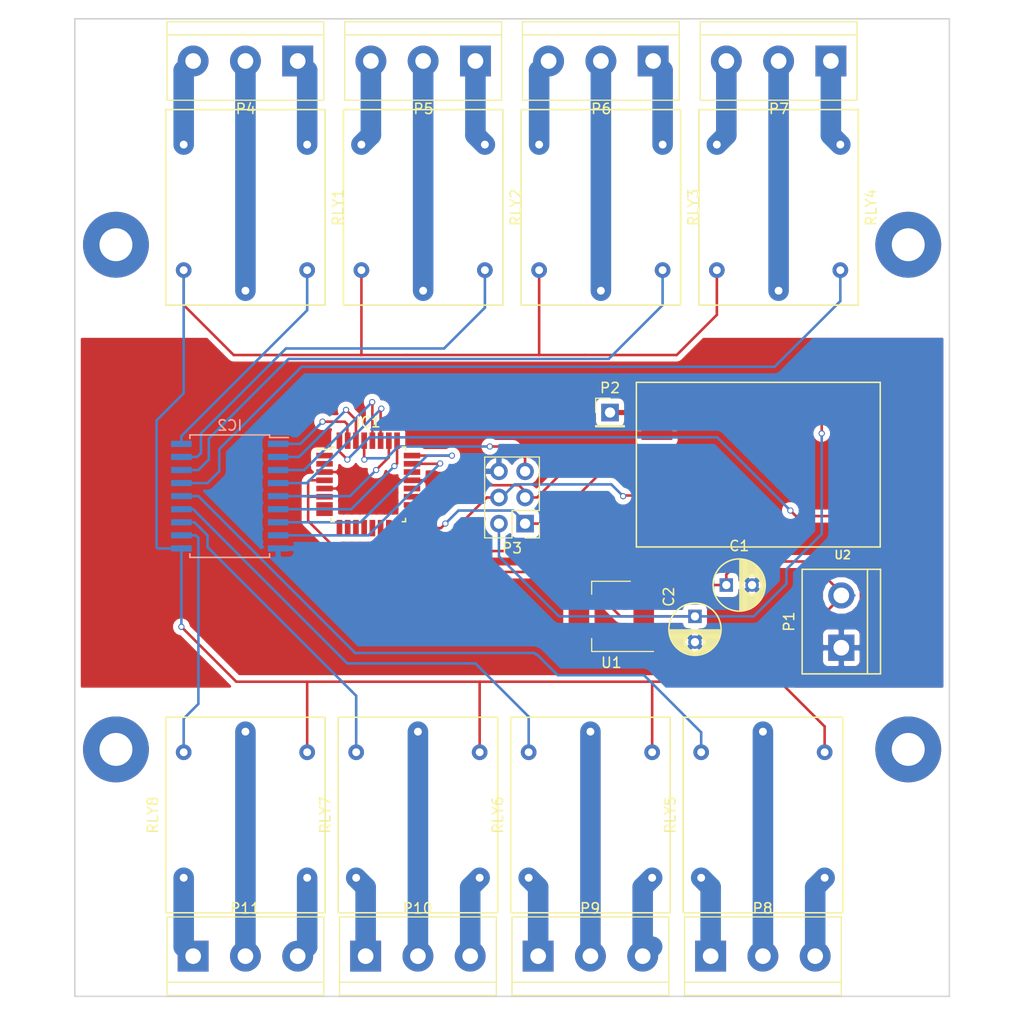
<source format=kicad_pcb>
(kicad_pcb (version 4) (host pcbnew 4.0.5-e0-6337~49~ubuntu16.04.1)

  (general
    (links 76)
    (no_connects 0)
    (area 113.187143 44.274 224.68 153.521)
    (thickness 1.6)
    (drawings 5)
    (tracks 287)
    (zones 0)
    (modules 29)
    (nets 71)
  )

  (page A4)
  (layers
    (0 F.Cu signal)
    (31 B.Cu signal)
    (32 B.Adhes user)
    (33 F.Adhes user)
    (34 B.Paste user)
    (35 F.Paste user)
    (36 B.SilkS user)
    (37 F.SilkS user)
    (38 B.Mask user)
    (39 F.Mask user)
    (40 Dwgs.User user)
    (41 Cmts.User user)
    (42 Eco1.User user)
    (43 Eco2.User user)
    (44 Edge.Cuts user)
    (45 Margin user)
    (46 B.CrtYd user)
    (47 F.CrtYd user)
    (48 B.Fab user)
    (49 F.Fab user)
  )

  (setup
    (last_trace_width 0.25)
    (user_trace_width 1)
    (user_trace_width 2)
    (user_trace_width 3)
    (trace_clearance 0.2)
    (zone_clearance 0.508)
    (zone_45_only no)
    (trace_min 0.2)
    (segment_width 0.2)
    (edge_width 0.15)
    (via_size 0.6)
    (via_drill 0.4)
    (via_min_size 0.4)
    (via_min_drill 0.3)
    (uvia_size 0.3)
    (uvia_drill 0.1)
    (uvias_allowed no)
    (uvia_min_size 0.2)
    (uvia_min_drill 0.1)
    (pcb_text_width 0.3)
    (pcb_text_size 1.5 1.5)
    (mod_edge_width 0.15)
    (mod_text_size 1 1)
    (mod_text_width 0.15)
    (pad_size 1.7 1.7)
    (pad_drill 0)
    (pad_to_mask_clearance 0.2)
    (aux_axis_origin 0 0)
    (grid_origin 163.83 45.974)
    (visible_elements FFFFFF7F)
    (pcbplotparams
      (layerselection 0x010f0_80000001)
      (usegerberextensions true)
      (excludeedgelayer true)
      (linewidth 0.100000)
      (plotframeref false)
      (viasonmask false)
      (mode 1)
      (useauxorigin false)
      (hpglpennumber 1)
      (hpglpenspeed 20)
      (hpglpendiameter 15)
      (hpglpenoverlay 2)
      (psnegative false)
      (psa4output false)
      (plotreference true)
      (plotvalue true)
      (plotinvisibletext false)
      (padsonsilk false)
      (subtractmaskfromsilk false)
      (outputformat 1)
      (mirror false)
      (drillshape 0)
      (scaleselection 1)
      (outputdirectory GERBER/))
  )

  (net 0 "")
  (net 1 "Net-(IC1-Pad1)")
  (net 2 "Net-(IC1-Pad2)")
  (net 3 /3V3)
  (net 4 "Net-(IC1-Pad7)")
  (net 5 "Net-(IC1-Pad8)")
  (net 6 "Net-(IC1-Pad9)")
  (net 7 "Net-(IC1-Pad10)")
  (net 8 "Net-(IC1-Pad11)")
  (net 9 "Net-(IC1-Pad12)")
  (net 10 "Net-(IC1-Pad13)")
  (net 11 /CS)
  (net 12 /MOSI)
  (net 13 /MISO)
  (net 14 /SCK)
  (net 15 "Net-(IC1-Pad18)")
  (net 16 "Net-(IC1-Pad19)")
  (net 17 "Net-(IC1-Pad20)")
  (net 18 "Net-(IC1-Pad22)")
  (net 19 /RESET)
  (net 20 /IRQ)
  (net 21 "Net-(P2-Pad1)")
  (net 22 /S0)
  (net 23 /S1)
  (net 24 /S2)
  (net 25 /S3)
  (net 26 /S4)
  (net 27 /S5)
  (net 28 /S6)
  (net 29 /S7)
  (net 30 "Net-(U2-Pad1)")
  (net 31 "Net-(U2-Pad3)")
  (net 32 "Net-(U2-Pad4)")
  (net 33 "Net-(U2-Pad5)")
  (net 34 "Net-(U2-Pad6)")
  (net 35 "Net-(U2-Pad7)")
  (net 36 "Net-(U2-Pad16)")
  (net 37 /VCC)
  (net 38 /GND)
  (net 39 /SL7)
  (net 40 /SL6)
  (net 41 /SL5)
  (net 42 /SL4)
  (net 43 /SL3)
  (net 44 /SL2)
  (net 45 /SL1)
  (net 46 /SL0)
  (net 47 "Net-(P4-Pad1)")
  (net 48 "Net-(P4-Pad2)")
  (net 49 "Net-(P4-Pad3)")
  (net 50 "Net-(P5-Pad3)")
  (net 51 "Net-(P5-Pad2)")
  (net 52 "Net-(P5-Pad1)")
  (net 53 "Net-(P6-Pad1)")
  (net 54 "Net-(P6-Pad2)")
  (net 55 "Net-(P6-Pad3)")
  (net 56 "Net-(P7-Pad3)")
  (net 57 "Net-(P7-Pad2)")
  (net 58 "Net-(P7-Pad1)")
  (net 59 "Net-(P8-Pad3)")
  (net 60 "Net-(P8-Pad2)")
  (net 61 "Net-(P8-Pad1)")
  (net 62 "Net-(P9-Pad1)")
  (net 63 "Net-(P9-Pad2)")
  (net 64 "Net-(P9-Pad3)")
  (net 65 "Net-(P10-Pad3)")
  (net 66 "Net-(P10-Pad2)")
  (net 67 "Net-(P10-Pad1)")
  (net 68 "Net-(P11-Pad1)")
  (net 69 "Net-(P11-Pad2)")
  (net 70 "Net-(P11-Pad3)")

  (net_class Default "This is the default net class."
    (clearance 0.2)
    (trace_width 0.25)
    (via_dia 0.6)
    (via_drill 0.4)
    (uvia_dia 0.3)
    (uvia_drill 0.1)
    (add_net /3V3)
    (add_net /CS)
    (add_net /GND)
    (add_net /IRQ)
    (add_net /MISO)
    (add_net /MOSI)
    (add_net /RESET)
    (add_net /S0)
    (add_net /S1)
    (add_net /S2)
    (add_net /S3)
    (add_net /S4)
    (add_net /S5)
    (add_net /S6)
    (add_net /S7)
    (add_net /SCK)
    (add_net /SL0)
    (add_net /SL1)
    (add_net /SL2)
    (add_net /SL3)
    (add_net /SL4)
    (add_net /SL5)
    (add_net /SL6)
    (add_net /SL7)
    (add_net /VCC)
    (add_net "Net-(IC1-Pad1)")
    (add_net "Net-(IC1-Pad10)")
    (add_net "Net-(IC1-Pad11)")
    (add_net "Net-(IC1-Pad12)")
    (add_net "Net-(IC1-Pad13)")
    (add_net "Net-(IC1-Pad18)")
    (add_net "Net-(IC1-Pad19)")
    (add_net "Net-(IC1-Pad2)")
    (add_net "Net-(IC1-Pad20)")
    (add_net "Net-(IC1-Pad22)")
    (add_net "Net-(IC1-Pad7)")
    (add_net "Net-(IC1-Pad8)")
    (add_net "Net-(IC1-Pad9)")
    (add_net "Net-(P10-Pad1)")
    (add_net "Net-(P10-Pad2)")
    (add_net "Net-(P10-Pad3)")
    (add_net "Net-(P11-Pad1)")
    (add_net "Net-(P11-Pad2)")
    (add_net "Net-(P11-Pad3)")
    (add_net "Net-(P4-Pad1)")
    (add_net "Net-(P4-Pad2)")
    (add_net "Net-(P4-Pad3)")
    (add_net "Net-(P5-Pad1)")
    (add_net "Net-(P5-Pad2)")
    (add_net "Net-(P5-Pad3)")
    (add_net "Net-(P6-Pad1)")
    (add_net "Net-(P6-Pad2)")
    (add_net "Net-(P6-Pad3)")
    (add_net "Net-(P7-Pad1)")
    (add_net "Net-(P7-Pad2)")
    (add_net "Net-(P7-Pad3)")
    (add_net "Net-(P8-Pad1)")
    (add_net "Net-(P8-Pad2)")
    (add_net "Net-(P8-Pad3)")
    (add_net "Net-(P9-Pad1)")
    (add_net "Net-(P9-Pad2)")
    (add_net "Net-(P9-Pad3)")
    (add_net "Net-(U2-Pad1)")
    (add_net "Net-(U2-Pad16)")
    (add_net "Net-(U2-Pad3)")
    (add_net "Net-(U2-Pad4)")
    (add_net "Net-(U2-Pad5)")
    (add_net "Net-(U2-Pad6)")
    (add_net "Net-(U2-Pad7)")
  )

  (net_class Big ""
    (clearance 0.5)
    (trace_width 0.5)
    (via_dia 0.6)
    (via_drill 0.4)
    (uvia_dia 0.3)
    (uvia_drill 0.1)
    (add_net "Net-(P2-Pad1)")
  )

  (module Housings_QFP:TQFP-32_7x7mm_Pitch0.8mm (layer F.Cu) (tedit 587DCB16) (tstamp 58772D84)
    (at 149.352 101.219)
    (descr "32-Lead Plastic Thin Quad Flatpack (PT) - 7x7x1.0 mm Body, 2.00 mm [TQFP] (see Microchip Packaging Specification 00000049BS.pdf)")
    (tags "QFP 0.8")
    (path /5876469C)
    (attr smd)
    (fp_text reference IC1 (at 0 -6.05) (layer F.SilkS)
      (effects (font (size 1 1) (thickness 0.15)))
    )
    (fp_text value ATMEGA328-A (at 0 6.05) (layer F.Fab)
      (effects (font (size 1 1) (thickness 0.15)))
    )
    (fp_text user %R (at 0 0) (layer F.Fab)
      (effects (font (size 1 1) (thickness 0.15)))
    )
    (fp_line (start -2.5 -3.5) (end 3.5 -3.5) (layer F.Fab) (width 0.15))
    (fp_line (start 3.5 -3.5) (end 3.5 3.5) (layer F.Fab) (width 0.15))
    (fp_line (start 3.5 3.5) (end -3.5 3.5) (layer F.Fab) (width 0.15))
    (fp_line (start -3.5 3.5) (end -3.5 -2.5) (layer F.Fab) (width 0.15))
    (fp_line (start -3.5 -2.5) (end -2.5 -3.5) (layer F.Fab) (width 0.15))
    (fp_line (start -5.3 -5.3) (end -5.3 5.3) (layer F.CrtYd) (width 0.05))
    (fp_line (start 5.3 -5.3) (end 5.3 5.3) (layer F.CrtYd) (width 0.05))
    (fp_line (start -5.3 -5.3) (end 5.3 -5.3) (layer F.CrtYd) (width 0.05))
    (fp_line (start -5.3 5.3) (end 5.3 5.3) (layer F.CrtYd) (width 0.05))
    (fp_line (start -3.625 -3.625) (end -3.625 -3.4) (layer F.SilkS) (width 0.15))
    (fp_line (start 3.625 -3.625) (end 3.625 -3.3) (layer F.SilkS) (width 0.15))
    (fp_line (start 3.625 3.625) (end 3.625 3.3) (layer F.SilkS) (width 0.15))
    (fp_line (start -3.625 3.625) (end -3.625 3.3) (layer F.SilkS) (width 0.15))
    (fp_line (start -3.625 -3.625) (end -3.3 -3.625) (layer F.SilkS) (width 0.15))
    (fp_line (start -3.625 3.625) (end -3.3 3.625) (layer F.SilkS) (width 0.15))
    (fp_line (start 3.625 3.625) (end 3.3 3.625) (layer F.SilkS) (width 0.15))
    (fp_line (start 3.625 -3.625) (end 3.3 -3.625) (layer F.SilkS) (width 0.15))
    (fp_line (start -3.625 -3.4) (end -5.05 -3.4) (layer F.SilkS) (width 0.15))
    (pad 1 smd rect (at -4.25 -2.8) (size 1.6 0.55) (layers F.Cu F.Paste F.Mask)
      (net 1 "Net-(IC1-Pad1)"))
    (pad 2 smd rect (at -4.25 -2) (size 1.6 0.55) (layers F.Cu F.Paste F.Mask)
      (net 2 "Net-(IC1-Pad2)"))
    (pad 3 smd rect (at -4.25 -1.2) (size 1.6 0.55) (layers F.Cu F.Paste F.Mask)
      (net 38 /GND))
    (pad 4 smd rect (at -4.25 -0.4) (size 1.6 0.55) (layers F.Cu F.Paste F.Mask)
      (net 3 /3V3))
    (pad 5 smd rect (at -4.25 0.4) (size 1.6 0.55) (layers F.Cu F.Paste F.Mask)
      (net 38 /GND))
    (pad 6 smd rect (at -4.25 1.2) (size 1.6 0.55) (layers F.Cu F.Paste F.Mask)
      (net 3 /3V3))
    (pad 7 smd rect (at -4.25 2) (size 1.6 0.55) (layers F.Cu F.Paste F.Mask)
      (net 4 "Net-(IC1-Pad7)"))
    (pad 8 smd rect (at -4.25 2.8) (size 1.6 0.55) (layers F.Cu F.Paste F.Mask)
      (net 5 "Net-(IC1-Pad8)"))
    (pad 9 smd rect (at -2.8 4.25 90) (size 1.6 0.55) (layers F.Cu F.Paste F.Mask)
      (net 6 "Net-(IC1-Pad9)"))
    (pad 10 smd rect (at -2 4.25 90) (size 1.6 0.55) (layers F.Cu F.Paste F.Mask)
      (net 7 "Net-(IC1-Pad10)"))
    (pad 11 smd rect (at -1.2 4.25 90) (size 1.6 0.55) (layers F.Cu F.Paste F.Mask)
      (net 8 "Net-(IC1-Pad11)"))
    (pad 12 smd rect (at -0.4 4.25 90) (size 1.6 0.55) (layers F.Cu F.Paste F.Mask)
      (net 9 "Net-(IC1-Pad12)"))
    (pad 13 smd rect (at 0.4 4.25 90) (size 1.6 0.55) (layers F.Cu F.Paste F.Mask)
      (net 10 "Net-(IC1-Pad13)"))
    (pad 14 smd rect (at 1.2 4.25 90) (size 1.6 0.55) (layers F.Cu F.Paste F.Mask)
      (net 11 /CS))
    (pad 15 smd rect (at 2 4.25 90) (size 1.6 0.55) (layers F.Cu F.Paste F.Mask)
      (net 12 /MOSI))
    (pad 16 smd rect (at 2.8 4.25 90) (size 1.6 0.55) (layers F.Cu F.Paste F.Mask)
      (net 13 /MISO))
    (pad 17 smd rect (at 4.25 2.8) (size 1.6 0.55) (layers F.Cu F.Paste F.Mask)
      (net 14 /SCK))
    (pad 18 smd rect (at 4.25 2) (size 1.6 0.55) (layers F.Cu F.Paste F.Mask)
      (net 15 "Net-(IC1-Pad18)"))
    (pad 19 smd rect (at 4.25 1.2) (size 1.6 0.55) (layers F.Cu F.Paste F.Mask)
      (net 16 "Net-(IC1-Pad19)"))
    (pad 20 smd rect (at 4.25 0.4) (size 1.6 0.55) (layers F.Cu F.Paste F.Mask)
      (net 17 "Net-(IC1-Pad20)"))
    (pad 21 smd rect (at 4.25 -0.4) (size 1.6 0.55) (layers F.Cu F.Paste F.Mask)
      (net 38 /GND))
    (pad 22 smd rect (at 4.25 -1.2) (size 1.6 0.55) (layers F.Cu F.Paste F.Mask)
      (net 18 "Net-(IC1-Pad22)"))
    (pad 23 smd rect (at 4.25 -2) (size 1.6 0.55) (layers F.Cu F.Paste F.Mask)
      (net 39 /SL7))
    (pad 24 smd rect (at 4.25 -2.8) (size 1.6 0.55) (layers F.Cu F.Paste F.Mask)
      (net 40 /SL6))
    (pad 25 smd rect (at 2.8 -4.25 90) (size 1.6 0.55) (layers F.Cu F.Paste F.Mask)
      (net 41 /SL5))
    (pad 26 smd rect (at 2 -4.25 90) (size 1.6 0.55) (layers F.Cu F.Paste F.Mask)
      (net 42 /SL4))
    (pad 27 smd rect (at 1.2 -4.25 90) (size 1.6 0.55) (layers F.Cu F.Paste F.Mask)
      (net 43 /SL3))
    (pad 28 smd rect (at 0.4 -4.25 90) (size 1.6 0.55) (layers F.Cu F.Paste F.Mask)
      (net 44 /SL2))
    (pad 29 smd rect (at -0.4 -4.25 90) (size 1.6 0.55) (layers F.Cu F.Paste F.Mask)
      (net 19 /RESET))
    (pad 30 smd rect (at -1.2 -4.25 90) (size 1.6 0.55) (layers F.Cu F.Paste F.Mask)
      (net 45 /SL1))
    (pad 31 smd rect (at -2 -4.25 90) (size 1.6 0.55) (layers F.Cu F.Paste F.Mask)
      (net 46 /SL0))
    (pad 32 smd rect (at -2.8 -4.25 90) (size 1.6 0.55) (layers F.Cu F.Paste F.Mask)
      (net 20 /IRQ))
    (model Housings_QFP.3dshapes/TQFP-32_7x7mm_Pitch0.8mm.wrl
      (at (xyz 0 0 0))
      (scale (xyz 1 1 1))
      (rotate (xyz 0 0 0))
    )
  )

  (module Connectors:bornier2 (layer F.Cu) (tedit 587DCB1E) (tstamp 58772D8A)
    (at 195.326 114.554 90)
    (descr "Bornier d'alimentation 2 pins")
    (tags DEV)
    (path /58764921)
    (fp_text reference P1 (at 0 -5.08 90) (layer F.SilkS)
      (effects (font (size 1 1) (thickness 0.15)))
    )
    (fp_text value 5VIN (at 0 5.08 90) (layer F.Fab)
      (effects (font (size 1 1) (thickness 0.15)))
    )
    (fp_line (start 5.08 2.54) (end -5.08 2.54) (layer F.SilkS) (width 0.15))
    (fp_line (start 5.08 3.81) (end 5.08 -3.81) (layer F.SilkS) (width 0.15))
    (fp_line (start 5.08 -3.81) (end -5.08 -3.81) (layer F.SilkS) (width 0.15))
    (fp_line (start -5.08 -3.81) (end -5.08 3.81) (layer F.SilkS) (width 0.15))
    (fp_line (start -5.08 3.81) (end 5.08 3.81) (layer F.SilkS) (width 0.15))
    (pad 1 thru_hole rect (at -2.54 0 90) (size 2.54 2.54) (drill 1.524) (layers *.Cu *.Mask)
      (net 38 /GND))
    (pad 2 thru_hole circle (at 2.54 0 90) (size 2.54 2.54) (drill 1.524) (layers *.Cu *.Mask)
      (net 37 /VCC))
    (model Connect.3dshapes/bornier2.wrl
      (at (xyz 0 0 0))
      (scale (xyz 1 1 1))
      (rotate (xyz 0 0 0))
    )
  )

  (module Pin_Headers:Pin_Header_Straight_1x01_Pitch2.54mm (layer F.Cu) (tedit 587DCB0A) (tstamp 58772D8F)
    (at 172.847 94.234)
    (descr "Through hole straight pin header, 1x01, 2.54mm pitch, single row")
    (tags "Through hole pin header THT 1x01 2.54mm single row")
    (path /58765535)
    (fp_text reference P2 (at 0 -2.39) (layer F.SilkS)
      (effects (font (size 1 1) (thickness 0.15)))
    )
    (fp_text value ANT (at 0 2.39) (layer F.Fab)
      (effects (font (size 1 1) (thickness 0.15)))
    )
    (fp_line (start -1.27 -1.27) (end -1.27 1.27) (layer F.Fab) (width 0.1))
    (fp_line (start -1.27 1.27) (end 1.27 1.27) (layer F.Fab) (width 0.1))
    (fp_line (start 1.27 1.27) (end 1.27 -1.27) (layer F.Fab) (width 0.1))
    (fp_line (start 1.27 -1.27) (end -1.27 -1.27) (layer F.Fab) (width 0.1))
    (fp_line (start -1.39 1.27) (end -1.39 1.39) (layer F.SilkS) (width 0.12))
    (fp_line (start -1.39 1.39) (end 1.39 1.39) (layer F.SilkS) (width 0.12))
    (fp_line (start 1.39 1.39) (end 1.39 1.27) (layer F.SilkS) (width 0.12))
    (fp_line (start 1.39 1.27) (end -1.39 1.27) (layer F.SilkS) (width 0.12))
    (fp_line (start -1.39 0) (end -1.39 -1.39) (layer F.SilkS) (width 0.12))
    (fp_line (start -1.39 -1.39) (end 0 -1.39) (layer F.SilkS) (width 0.12))
    (fp_line (start -1.6 -1.6) (end -1.6 1.6) (layer F.CrtYd) (width 0.05))
    (fp_line (start -1.6 1.6) (end 1.6 1.6) (layer F.CrtYd) (width 0.05))
    (fp_line (start 1.6 1.6) (end 1.6 -1.6) (layer F.CrtYd) (width 0.05))
    (fp_line (start 1.6 -1.6) (end -1.6 -1.6) (layer F.CrtYd) (width 0.05))
    (pad 1 thru_hole rect (at 0 0) (size 1.7 1.7) (drill 1) (layers *.Cu *.Mask)
      (net 21 "Net-(P2-Pad1)"))
    (model Pin_Headers.3dshapes/Pin_Header_Straight_1x01_Pitch2.54mm.wrl
      (at (xyz 0 0 0))
      (scale (xyz 1 1 1))
      (rotate (xyz 0 0 90))
    )
  )

  (module Pin_Headers:Pin_Header_Straight_2x03_Pitch2.54mm (layer F.Cu) (tedit 587DCB00) (tstamp 58772D99)
    (at 164.592 105.029 180)
    (descr "Through hole straight pin header, 2x03, 2.54mm pitch, double rows")
    (tags "Through hole pin header THT 2x03 2.54mm double row")
    (path /58764DB3)
    (fp_text reference P3 (at 1.27 -2.39 180) (layer F.SilkS)
      (effects (font (size 1 1) (thickness 0.15)))
    )
    (fp_text value CONN_02X03 (at 1.27 7.47 180) (layer F.Fab)
      (effects (font (size 1 1) (thickness 0.15)))
    )
    (fp_line (start -1.27 -1.27) (end -1.27 6.35) (layer F.Fab) (width 0.1))
    (fp_line (start -1.27 6.35) (end 3.81 6.35) (layer F.Fab) (width 0.1))
    (fp_line (start 3.81 6.35) (end 3.81 -1.27) (layer F.Fab) (width 0.1))
    (fp_line (start 3.81 -1.27) (end -1.27 -1.27) (layer F.Fab) (width 0.1))
    (fp_line (start -1.39 1.27) (end -1.39 6.47) (layer F.SilkS) (width 0.12))
    (fp_line (start -1.39 6.47) (end 3.93 6.47) (layer F.SilkS) (width 0.12))
    (fp_line (start 3.93 6.47) (end 3.93 -1.39) (layer F.SilkS) (width 0.12))
    (fp_line (start 3.93 -1.39) (end 1.27 -1.39) (layer F.SilkS) (width 0.12))
    (fp_line (start 1.27 -1.39) (end 1.27 1.27) (layer F.SilkS) (width 0.12))
    (fp_line (start 1.27 1.27) (end -1.39 1.27) (layer F.SilkS) (width 0.12))
    (fp_line (start -1.39 0) (end -1.39 -1.39) (layer F.SilkS) (width 0.12))
    (fp_line (start -1.39 -1.39) (end 0 -1.39) (layer F.SilkS) (width 0.12))
    (fp_line (start -1.6 -1.6) (end -1.6 6.6) (layer F.CrtYd) (width 0.05))
    (fp_line (start -1.6 6.6) (end 4.1 6.6) (layer F.CrtYd) (width 0.05))
    (fp_line (start 4.1 6.6) (end 4.1 -1.6) (layer F.CrtYd) (width 0.05))
    (fp_line (start 4.1 -1.6) (end -1.6 -1.6) (layer F.CrtYd) (width 0.05))
    (pad 1 thru_hole rect (at 0 0 180) (size 1.7 1.7) (drill 1) (layers *.Cu *.Mask)
      (net 13 /MISO))
    (pad 2 thru_hole oval (at 2.54 0 180) (size 1.7 1.7) (drill 1) (layers *.Cu *.Mask)
      (net 3 /3V3))
    (pad 3 thru_hole oval (at 0 2.54 180) (size 1.7 1.7) (drill 1) (layers *.Cu *.Mask)
      (net 14 /SCK))
    (pad 4 thru_hole oval (at 2.54 2.54 180) (size 1.7 1.7) (drill 1) (layers *.Cu *.Mask)
      (net 12 /MOSI))
    (pad 5 thru_hole oval (at 0 5.08 180) (size 1.7 1.7) (drill 1) (layers *.Cu *.Mask)
      (net 19 /RESET))
    (pad 6 thru_hole oval (at 2.54 5.08 180) (size 1.7 1.7) (drill 1) (layers *.Cu *.Mask)
      (net 38 /GND))
    (model Pin_Headers.3dshapes/Pin_Header_Straight_2x03_Pitch2.54mm.wrl
      (at (xyz 0.05 -0.1 0))
      (scale (xyz 1 1 1))
      (rotate (xyz 0 0 90))
    )
  )

  (module TO_SOT_Packages_SMD:SOT-223 (layer F.Cu) (tedit 587DCB51) (tstamp 58772E11)
    (at 172.974 114.046 180)
    (descr "module CMS SOT223 4 pins")
    (tags "CMS SOT")
    (path /58764782)
    (attr smd)
    (fp_text reference U1 (at 0 -4.5 180) (layer F.SilkS)
      (effects (font (size 1 1) (thickness 0.15)))
    )
    (fp_text value AMS1117 (at 0 4.5 180) (layer F.Fab)
      (effects (font (size 1 1) (thickness 0.15)))
    )
    (fp_line (start 1.91 3.41) (end 1.91 2.15) (layer F.SilkS) (width 0.12))
    (fp_line (start 1.91 -3.41) (end 1.91 -2.15) (layer F.SilkS) (width 0.12))
    (fp_line (start 4.4 -3.6) (end -4.4 -3.6) (layer F.CrtYd) (width 0.05))
    (fp_line (start 4.4 3.6) (end 4.4 -3.6) (layer F.CrtYd) (width 0.05))
    (fp_line (start -4.4 3.6) (end 4.4 3.6) (layer F.CrtYd) (width 0.05))
    (fp_line (start -4.4 -3.6) (end -4.4 3.6) (layer F.CrtYd) (width 0.05))
    (fp_line (start -1.85 -3.35) (end -1.85 3.35) (layer F.Fab) (width 0.15))
    (fp_line (start -1.85 3.41) (end 1.91 3.41) (layer F.SilkS) (width 0.12))
    (fp_line (start -1.85 -3.35) (end 1.85 -3.35) (layer F.Fab) (width 0.15))
    (fp_line (start -4.1 -3.41) (end 1.91 -3.41) (layer F.SilkS) (width 0.12))
    (fp_line (start -1.85 3.35) (end 1.85 3.35) (layer F.Fab) (width 0.15))
    (fp_line (start 1.85 -3.35) (end 1.85 3.35) (layer F.Fab) (width 0.15))
    (pad 4 smd rect (at 3.15 0 180) (size 2 3.8) (layers F.Cu F.Paste F.Mask))
    (pad 2 smd rect (at -3.15 0 180) (size 2 1.5) (layers F.Cu F.Paste F.Mask)
      (net 3 /3V3))
    (pad 3 smd rect (at -3.15 2.3 180) (size 2 1.5) (layers F.Cu F.Paste F.Mask)
      (net 37 /VCC))
    (pad 1 smd rect (at -3.15 -2.3 180) (size 2 1.5) (layers F.Cu F.Paste F.Mask)
      (net 38 /GND))
    (model TO_SOT_Packages_SMD.3dshapes/SOT-223.wrl
      (at (xyz 0 0 0))
      (scale (xyz 0.4 0.4 0.4))
      (rotate (xyz 0 0 90))
    )
  )

  (module Mysensors_Radio:RFM69HW_SMD_Handsoldering (layer F.Cu) (tedit 587DCB06) (tstamp 58772E25)
    (at 195.707 106.299 180)
    (descr RFM69HW)
    (tags "RFM69HW, RF69")
    (path /587646FD)
    (fp_text reference U2 (at 0.254 -1.778 180) (layer F.SilkS)
      (effects (font (size 0.8 0.8) (thickness 0.16)))
    )
    (fp_text value RFM69HW (at 8.382 7.112 180) (layer F.Fab) hide
      (effects (font (size 0.8 0.8) (thickness 0.16)))
    )
    (fp_line (start -3.4 15) (end -3.4 -1) (layer F.SilkS) (width 0.15))
    (fp_line (start 20.3 15) (end -3.4 15) (layer F.SilkS) (width 0.15))
    (fp_line (start 20.3 -1) (end 20.3 15) (layer F.SilkS) (width 0.15))
    (fp_line (start -3.4 -1) (end 20.3 -1) (layer F.SilkS) (width 0.15))
    (fp_line (start -3.4 15) (end 20.3 15) (layer F.CrtYd) (width 0.15))
    (fp_line (start 20.3 -1) (end 20.3 15) (layer F.CrtYd) (width 0.15))
    (fp_line (start -3.4 -1) (end -3.4 15) (layer F.CrtYd) (width 0.15))
    (fp_line (start -3.4 -1) (end 20.3 -1) (layer F.CrtYd) (width 0.15))
    (fp_line (start 20.3 -1) (end 20.3 15) (layer B.CrtYd) (width 0.15))
    (fp_line (start -3.4 -1) (end -3.4 15) (layer B.CrtYd) (width 0.15))
    (fp_line (start -3.4 15) (end 20.3 15) (layer B.CrtYd) (width 0.15))
    (fp_line (start -3.4 -1) (end 20.3 -1) (layer B.CrtYd) (width 0.15))
    (pad 1 smd rect (at -1.4 0 180) (size 3 1.2) (layers F.Cu F.Paste F.Mask)
      (net 30 "Net-(U2-Pad1)"))
    (pad 2 smd rect (at -1.4 2 180) (size 3 1.2) (layers F.Cu F.Paste F.Mask)
      (net 20 /IRQ))
    (pad 3 smd rect (at -1.4 4 180) (size 3 1.2) (layers F.Cu F.Paste F.Mask)
      (net 31 "Net-(U2-Pad3)"))
    (pad 4 smd rect (at -1.4 6 180) (size 3 1.2) (layers F.Cu F.Paste F.Mask)
      (net 32 "Net-(U2-Pad4)"))
    (pad 5 smd rect (at -1.4 8 180) (size 3 1.2) (layers F.Cu F.Paste F.Mask)
      (net 33 "Net-(U2-Pad5)"))
    (pad 6 smd rect (at -1.4 10 180) (size 3 1.2) (layers F.Cu F.Paste F.Mask)
      (net 34 "Net-(U2-Pad6)"))
    (pad 7 smd rect (at -1.4 12 180) (size 3 1.2) (layers F.Cu F.Paste F.Mask)
      (net 35 "Net-(U2-Pad7)"))
    (pad 8 smd rect (at -1.4 14 180) (size 3 1.2) (layers F.Cu F.Paste F.Mask)
      (net 3 /3V3))
    (pad 9 smd rect (at 18.3 14 180) (size 3 1.2) (layers F.Cu F.Paste F.Mask)
      (net 38 /GND))
    (pad 10 smd rect (at 18.3 12 180) (size 3 1.2) (layers F.Cu F.Paste F.Mask)
      (net 21 "Net-(P2-Pad1)"))
    (pad 11 smd rect (at 18.3 10 180) (size 3 1.2) (layers F.Cu F.Paste F.Mask)
      (net 38 /GND))
    (pad 12 smd rect (at 18.3 8 180) (size 3 1.2) (layers F.Cu F.Paste F.Mask)
      (net 14 /SCK))
    (pad 13 smd rect (at 18.3 6 180) (size 3 1.2) (layers F.Cu F.Paste F.Mask)
      (net 13 /MISO))
    (pad 14 smd rect (at 18.3 4 180) (size 3 1.2) (layers F.Cu F.Paste F.Mask)
      (net 12 /MOSI))
    (pad 15 smd rect (at 18.3 2 180) (size 3 1.2) (layers F.Cu F.Paste F.Mask)
      (net 11 /CS))
    (pad 16 smd rect (at 18.3 0 180) (size 3 1.2) (layers F.Cu F.Paste F.Mask)
      (net 36 "Net-(U2-Pad16)"))
    (model ${MYSLOCAL}/mysensors.3dshapes/mysensors_radios.3dshapes/rfm69hw.wrl
      (at (xyz 0.332 -0.275 0.03))
      (scale (xyz 0.395 0.395 0.395))
      (rotate (xyz 0 0 180))
    )
    (model Crystals.3dshapes/crystal_FA238-TSX3225.wrl
      (at (xyz 0.332 -0.08 0.06))
      (scale (xyz 0.24 0.24 0.24))
      (rotate (xyz 0 0 90))
    )
    (model Housings_DFN_QFN.3dshapes/QFN-28-1EP_5x5mm_Pitch0.5mm.wrl
      (at (xyz 0.204 -0.445 0.06))
      (scale (xyz 1 1 1))
      (rotate (xyz 0 0 0))
    )
  )

  (module Capacitors_THT:C_Radial_D5_L6_P2.5 (layer F.Cu) (tedit 0) (tstamp 58772F6E)
    (at 184.15 110.998)
    (descr "Radial Electrolytic Capacitor Diameter 5mm x Length 6mm, Pitch 2.5mm")
    (tags "Electrolytic Capacitor")
    (path /587650E8)
    (fp_text reference C1 (at 1.25 -3.8) (layer F.SilkS)
      (effects (font (size 1 1) (thickness 0.15)))
    )
    (fp_text value 10uF (at 1.25 3.8) (layer F.Fab)
      (effects (font (size 1 1) (thickness 0.15)))
    )
    (fp_line (start 1.325 -2.499) (end 1.325 2.499) (layer F.SilkS) (width 0.15))
    (fp_line (start 1.465 -2.491) (end 1.465 2.491) (layer F.SilkS) (width 0.15))
    (fp_line (start 1.605 -2.475) (end 1.605 -0.095) (layer F.SilkS) (width 0.15))
    (fp_line (start 1.605 0.095) (end 1.605 2.475) (layer F.SilkS) (width 0.15))
    (fp_line (start 1.745 -2.451) (end 1.745 -0.49) (layer F.SilkS) (width 0.15))
    (fp_line (start 1.745 0.49) (end 1.745 2.451) (layer F.SilkS) (width 0.15))
    (fp_line (start 1.885 -2.418) (end 1.885 -0.657) (layer F.SilkS) (width 0.15))
    (fp_line (start 1.885 0.657) (end 1.885 2.418) (layer F.SilkS) (width 0.15))
    (fp_line (start 2.025 -2.377) (end 2.025 -0.764) (layer F.SilkS) (width 0.15))
    (fp_line (start 2.025 0.764) (end 2.025 2.377) (layer F.SilkS) (width 0.15))
    (fp_line (start 2.165 -2.327) (end 2.165 -0.835) (layer F.SilkS) (width 0.15))
    (fp_line (start 2.165 0.835) (end 2.165 2.327) (layer F.SilkS) (width 0.15))
    (fp_line (start 2.305 -2.266) (end 2.305 -0.879) (layer F.SilkS) (width 0.15))
    (fp_line (start 2.305 0.879) (end 2.305 2.266) (layer F.SilkS) (width 0.15))
    (fp_line (start 2.445 -2.196) (end 2.445 -0.898) (layer F.SilkS) (width 0.15))
    (fp_line (start 2.445 0.898) (end 2.445 2.196) (layer F.SilkS) (width 0.15))
    (fp_line (start 2.585 -2.114) (end 2.585 -0.896) (layer F.SilkS) (width 0.15))
    (fp_line (start 2.585 0.896) (end 2.585 2.114) (layer F.SilkS) (width 0.15))
    (fp_line (start 2.725 -2.019) (end 2.725 -0.871) (layer F.SilkS) (width 0.15))
    (fp_line (start 2.725 0.871) (end 2.725 2.019) (layer F.SilkS) (width 0.15))
    (fp_line (start 2.865 -1.908) (end 2.865 -0.823) (layer F.SilkS) (width 0.15))
    (fp_line (start 2.865 0.823) (end 2.865 1.908) (layer F.SilkS) (width 0.15))
    (fp_line (start 3.005 -1.78) (end 3.005 -0.745) (layer F.SilkS) (width 0.15))
    (fp_line (start 3.005 0.745) (end 3.005 1.78) (layer F.SilkS) (width 0.15))
    (fp_line (start 3.145 -1.631) (end 3.145 -0.628) (layer F.SilkS) (width 0.15))
    (fp_line (start 3.145 0.628) (end 3.145 1.631) (layer F.SilkS) (width 0.15))
    (fp_line (start 3.285 -1.452) (end 3.285 -0.44) (layer F.SilkS) (width 0.15))
    (fp_line (start 3.285 0.44) (end 3.285 1.452) (layer F.SilkS) (width 0.15))
    (fp_line (start 3.425 -1.233) (end 3.425 1.233) (layer F.SilkS) (width 0.15))
    (fp_line (start 3.565 -0.944) (end 3.565 0.944) (layer F.SilkS) (width 0.15))
    (fp_line (start 3.705 -0.472) (end 3.705 0.472) (layer F.SilkS) (width 0.15))
    (fp_circle (center 2.5 0) (end 2.5 -0.9) (layer F.SilkS) (width 0.15))
    (fp_circle (center 1.25 0) (end 1.25 -2.5375) (layer F.SilkS) (width 0.15))
    (fp_circle (center 1.25 0) (end 1.25 -2.8) (layer F.CrtYd) (width 0.05))
    (pad 1 thru_hole rect (at 0 0) (size 1.3 1.3) (drill 0.8) (layers *.Cu *.Mask)
      (net 37 /VCC))
    (pad 2 thru_hole circle (at 2.5 0) (size 1.3 1.3) (drill 0.8) (layers *.Cu *.Mask)
      (net 38 /GND))
    (model Capacitors_ThroughHole.3dshapes/C_Radial_D5_L6_P2.5.wrl
      (at (xyz 0.0492126 0 0))
      (scale (xyz 1 1 1))
      (rotate (xyz 0 0 90))
    )
  )

  (module Capacitors_THT:C_Radial_D5_L6_P2.5 (layer F.Cu) (tedit 587DCB4D) (tstamp 58772F73)
    (at 181.102 114.046 270)
    (descr "Radial Electrolytic Capacitor Diameter 5mm x Length 6mm, Pitch 2.5mm")
    (tags "Electrolytic Capacitor")
    (path /58764C44)
    (fp_text reference C2 (at -1.905 2.54 270) (layer F.SilkS)
      (effects (font (size 1 1) (thickness 0.15)))
    )
    (fp_text value 10uF (at 1.25 3.8 270) (layer F.Fab)
      (effects (font (size 1 1) (thickness 0.15)))
    )
    (fp_line (start 1.325 -2.499) (end 1.325 2.499) (layer F.SilkS) (width 0.15))
    (fp_line (start 1.465 -2.491) (end 1.465 2.491) (layer F.SilkS) (width 0.15))
    (fp_line (start 1.605 -2.475) (end 1.605 -0.095) (layer F.SilkS) (width 0.15))
    (fp_line (start 1.605 0.095) (end 1.605 2.475) (layer F.SilkS) (width 0.15))
    (fp_line (start 1.745 -2.451) (end 1.745 -0.49) (layer F.SilkS) (width 0.15))
    (fp_line (start 1.745 0.49) (end 1.745 2.451) (layer F.SilkS) (width 0.15))
    (fp_line (start 1.885 -2.418) (end 1.885 -0.657) (layer F.SilkS) (width 0.15))
    (fp_line (start 1.885 0.657) (end 1.885 2.418) (layer F.SilkS) (width 0.15))
    (fp_line (start 2.025 -2.377) (end 2.025 -0.764) (layer F.SilkS) (width 0.15))
    (fp_line (start 2.025 0.764) (end 2.025 2.377) (layer F.SilkS) (width 0.15))
    (fp_line (start 2.165 -2.327) (end 2.165 -0.835) (layer F.SilkS) (width 0.15))
    (fp_line (start 2.165 0.835) (end 2.165 2.327) (layer F.SilkS) (width 0.15))
    (fp_line (start 2.305 -2.266) (end 2.305 -0.879) (layer F.SilkS) (width 0.15))
    (fp_line (start 2.305 0.879) (end 2.305 2.266) (layer F.SilkS) (width 0.15))
    (fp_line (start 2.445 -2.196) (end 2.445 -0.898) (layer F.SilkS) (width 0.15))
    (fp_line (start 2.445 0.898) (end 2.445 2.196) (layer F.SilkS) (width 0.15))
    (fp_line (start 2.585 -2.114) (end 2.585 -0.896) (layer F.SilkS) (width 0.15))
    (fp_line (start 2.585 0.896) (end 2.585 2.114) (layer F.SilkS) (width 0.15))
    (fp_line (start 2.725 -2.019) (end 2.725 -0.871) (layer F.SilkS) (width 0.15))
    (fp_line (start 2.725 0.871) (end 2.725 2.019) (layer F.SilkS) (width 0.15))
    (fp_line (start 2.865 -1.908) (end 2.865 -0.823) (layer F.SilkS) (width 0.15))
    (fp_line (start 2.865 0.823) (end 2.865 1.908) (layer F.SilkS) (width 0.15))
    (fp_line (start 3.005 -1.78) (end 3.005 -0.745) (layer F.SilkS) (width 0.15))
    (fp_line (start 3.005 0.745) (end 3.005 1.78) (layer F.SilkS) (width 0.15))
    (fp_line (start 3.145 -1.631) (end 3.145 -0.628) (layer F.SilkS) (width 0.15))
    (fp_line (start 3.145 0.628) (end 3.145 1.631) (layer F.SilkS) (width 0.15))
    (fp_line (start 3.285 -1.452) (end 3.285 -0.44) (layer F.SilkS) (width 0.15))
    (fp_line (start 3.285 0.44) (end 3.285 1.452) (layer F.SilkS) (width 0.15))
    (fp_line (start 3.425 -1.233) (end 3.425 1.233) (layer F.SilkS) (width 0.15))
    (fp_line (start 3.565 -0.944) (end 3.565 0.944) (layer F.SilkS) (width 0.15))
    (fp_line (start 3.705 -0.472) (end 3.705 0.472) (layer F.SilkS) (width 0.15))
    (fp_circle (center 2.5 0) (end 2.5 -0.9) (layer F.SilkS) (width 0.15))
    (fp_circle (center 1.25 0) (end 1.25 -2.5375) (layer F.SilkS) (width 0.15))
    (fp_circle (center 1.25 0) (end 1.25 -2.8) (layer F.CrtYd) (width 0.05))
    (pad 1 thru_hole rect (at 0 0 270) (size 1.3 1.3) (drill 0.8) (layers *.Cu *.Mask)
      (net 3 /3V3))
    (pad 2 thru_hole circle (at 2.5 0 270) (size 1.3 1.3) (drill 0.8) (layers *.Cu *.Mask)
      (net 38 /GND))
    (model Capacitors_ThroughHole.3dshapes/C_Radial_D5_L6_P2.5.wrl
      (at (xyz 0.0492126 0 0))
      (scale (xyz 1 1 1))
      (rotate (xyz 0 0 90))
    )
  )

  (module Housings_SOIC:SOIC-18W_7.5x11.6mm_Pitch1.27mm (layer B.Cu) (tedit 5750353E) (tstamp 58824E74)
    (at 135.89 102.362 180)
    (descr "18-Lead Plastic Small Outline (SO) - Wide, 7.50 mm Body [SOIC] (see Microchip Packaging Specification 00000049BS.pdf)")
    (tags "SOIC 1.27")
    (path /58823265)
    (attr smd)
    (fp_text reference IC2 (at 0 6.875 180) (layer B.SilkS)
      (effects (font (size 1 1) (thickness 0.15)) (justify mirror))
    )
    (fp_text value ULN2803A (at 0 -6.875 180) (layer B.Fab)
      (effects (font (size 1 1) (thickness 0.15)) (justify mirror))
    )
    (fp_line (start -3.875 5.7) (end -5.7 5.7) (layer B.SilkS) (width 0.15))
    (fp_line (start -3.875 -5.95) (end 3.875 -5.95) (layer B.SilkS) (width 0.15))
    (fp_line (start -3.875 5.95) (end 3.875 5.95) (layer B.SilkS) (width 0.15))
    (fp_line (start -3.875 -5.95) (end -3.875 -5.605) (layer B.SilkS) (width 0.15))
    (fp_line (start 3.875 -5.95) (end 3.875 -5.605) (layer B.SilkS) (width 0.15))
    (fp_line (start 3.875 5.95) (end 3.875 5.605) (layer B.SilkS) (width 0.15))
    (fp_line (start -3.875 5.95) (end -3.875 5.7) (layer B.SilkS) (width 0.15))
    (fp_line (start -5.95 -6.15) (end 5.95 -6.15) (layer B.CrtYd) (width 0.05))
    (fp_line (start -5.95 6.15) (end 5.95 6.15) (layer B.CrtYd) (width 0.05))
    (fp_line (start 5.95 6.15) (end 5.95 -6.15) (layer B.CrtYd) (width 0.05))
    (fp_line (start -5.95 6.15) (end -5.95 -6.15) (layer B.CrtYd) (width 0.05))
    (fp_line (start -3.75 4.8) (end -2.75 5.8) (layer B.Fab) (width 0.15))
    (fp_line (start -3.75 -5.8) (end -3.75 4.8) (layer B.Fab) (width 0.15))
    (fp_line (start 3.75 -5.8) (end -3.75 -5.8) (layer B.Fab) (width 0.15))
    (fp_line (start 3.75 5.8) (end 3.75 -5.8) (layer B.Fab) (width 0.15))
    (fp_line (start -2.75 5.8) (end 3.75 5.8) (layer B.Fab) (width 0.15))
    (pad 18 smd rect (at 4.7 5.08 180) (size 2 0.6) (layers B.Cu B.Paste B.Mask)
      (net 22 /S0))
    (pad 17 smd rect (at 4.7 3.81 180) (size 2 0.6) (layers B.Cu B.Paste B.Mask)
      (net 23 /S1))
    (pad 16 smd rect (at 4.7 2.54 180) (size 2 0.6) (layers B.Cu B.Paste B.Mask)
      (net 24 /S2))
    (pad 15 smd rect (at 4.7 1.27 180) (size 2 0.6) (layers B.Cu B.Paste B.Mask)
      (net 25 /S3))
    (pad 14 smd rect (at 4.7 0 180) (size 2 0.6) (layers B.Cu B.Paste B.Mask)
      (net 26 /S4))
    (pad 13 smd rect (at 4.7 -1.27 180) (size 2 0.6) (layers B.Cu B.Paste B.Mask)
      (net 27 /S5))
    (pad 12 smd rect (at 4.7 -2.54 180) (size 2 0.6) (layers B.Cu B.Paste B.Mask)
      (net 28 /S6))
    (pad 11 smd rect (at 4.7 -3.81 180) (size 2 0.6) (layers B.Cu B.Paste B.Mask)
      (net 29 /S7))
    (pad 10 smd rect (at 4.7 -5.08 180) (size 2 0.6) (layers B.Cu B.Paste B.Mask)
      (net 37 /VCC))
    (pad 9 smd rect (at -4.7 -5.08 180) (size 2 0.6) (layers B.Cu B.Paste B.Mask)
      (net 38 /GND))
    (pad 8 smd rect (at -4.7 -3.81 180) (size 2 0.6) (layers B.Cu B.Paste B.Mask)
      (net 39 /SL7))
    (pad 7 smd rect (at -4.7 -2.54 180) (size 2 0.6) (layers B.Cu B.Paste B.Mask)
      (net 40 /SL6))
    (pad 6 smd rect (at -4.7 -1.27 180) (size 2 0.6) (layers B.Cu B.Paste B.Mask)
      (net 41 /SL5))
    (pad 5 smd rect (at -4.7 0 180) (size 2 0.6) (layers B.Cu B.Paste B.Mask)
      (net 42 /SL4))
    (pad 4 smd rect (at -4.7 1.27 180) (size 2 0.6) (layers B.Cu B.Paste B.Mask)
      (net 43 /SL3))
    (pad 3 smd rect (at -4.7 2.54 180) (size 2 0.6) (layers B.Cu B.Paste B.Mask)
      (net 44 /SL2))
    (pad 2 smd rect (at -4.7 3.81 180) (size 2 0.6) (layers B.Cu B.Paste B.Mask)
      (net 45 /SL1))
    (pad 1 smd rect (at -4.7 5.08 180) (size 2 0.6) (layers B.Cu B.Paste B.Mask)
      (net 46 /SL0))
    (model Housings_SOIC.3dshapes/SOIC-18_7.5x11.6mm_Pitch1.27mm.wrl
      (at (xyz 0 0 0))
      (scale (xyz 1 1 1))
      (rotate (xyz 0 0 0))
    )
  )

  (module Connectors:bornier3 (layer F.Cu) (tedit 587FD5F2) (tstamp 58824E7B)
    (at 142.494 60.071 180)
    (descr "Bornier d'alimentation 3 pins")
    (tags DEV)
    (path /5882307D)
    (fp_text reference P4 (at 5.05 -4.65 180) (layer F.SilkS)
      (effects (font (size 1 1) (thickness 0.15)))
    )
    (fp_text value CONN_01X03 (at 5.08 5.08 180) (layer F.Fab)
      (effects (font (size 1 1) (thickness 0.15)))
    )
    (fp_line (start -2.47 2.55) (end 12.63 2.55) (layer F.Fab) (width 0.1))
    (fp_line (start -2.47 -3.75) (end 12.63 -3.75) (layer F.Fab) (width 0.1))
    (fp_line (start 12.63 -3.75) (end 12.63 3.75) (layer F.Fab) (width 0.1))
    (fp_line (start 12.63 3.75) (end -2.47 3.75) (layer F.Fab) (width 0.1))
    (fp_line (start -2.47 3.75) (end -2.47 -3.75) (layer F.Fab) (width 0.1))
    (fp_line (start -2.54 3.81) (end -2.54 -3.81) (layer F.SilkS) (width 0.12))
    (fp_line (start 12.7 3.81) (end 12.7 -3.81) (layer F.SilkS) (width 0.12))
    (fp_line (start -2.54 2.54) (end 12.7 2.54) (layer F.SilkS) (width 0.12))
    (fp_line (start -2.54 -3.81) (end 12.7 -3.81) (layer F.SilkS) (width 0.12))
    (fp_line (start -2.54 3.81) (end 12.7 3.81) (layer F.SilkS) (width 0.12))
    (fp_line (start -2.72 -4) (end 12.88 -4) (layer F.CrtYd) (width 0.05))
    (fp_line (start -2.72 -4) (end -2.72 4) (layer F.CrtYd) (width 0.05))
    (fp_line (start 12.88 4) (end 12.88 -4) (layer F.CrtYd) (width 0.05))
    (fp_line (start 12.88 4) (end -2.72 4) (layer F.CrtYd) (width 0.05))
    (pad 1 thru_hole rect (at 0 0 180) (size 3 3) (drill 1.52) (layers *.Cu *.Mask)
      (net 47 "Net-(P4-Pad1)"))
    (pad 2 thru_hole circle (at 5.08 0 180) (size 3 3) (drill 1.52) (layers *.Cu *.Mask)
      (net 48 "Net-(P4-Pad2)"))
    (pad 3 thru_hole circle (at 10.16 0 180) (size 3 3) (drill 1.52) (layers *.Cu *.Mask)
      (net 49 "Net-(P4-Pad3)"))
    (model Connectors.3dshapes/bornier3.wrl
      (at (xyz 0 0 0))
      (scale (xyz 1 1 1))
      (rotate (xyz 0 0 0))
    )
  )

  (module Connectors:bornier3 (layer F.Cu) (tedit 587FD5F2) (tstamp 58824E82)
    (at 159.766 60.071 180)
    (descr "Bornier d'alimentation 3 pins")
    (tags DEV)
    (path /58823D2E)
    (fp_text reference P5 (at 5.05 -4.65 180) (layer F.SilkS)
      (effects (font (size 1 1) (thickness 0.15)))
    )
    (fp_text value CONN_01X03 (at 5.08 5.08 180) (layer F.Fab)
      (effects (font (size 1 1) (thickness 0.15)))
    )
    (fp_line (start 12.88 4) (end -2.72 4) (layer F.CrtYd) (width 0.05))
    (fp_line (start 12.88 4) (end 12.88 -4) (layer F.CrtYd) (width 0.05))
    (fp_line (start -2.72 -4) (end -2.72 4) (layer F.CrtYd) (width 0.05))
    (fp_line (start -2.72 -4) (end 12.88 -4) (layer F.CrtYd) (width 0.05))
    (fp_line (start -2.54 3.81) (end 12.7 3.81) (layer F.SilkS) (width 0.12))
    (fp_line (start -2.54 -3.81) (end 12.7 -3.81) (layer F.SilkS) (width 0.12))
    (fp_line (start -2.54 2.54) (end 12.7 2.54) (layer F.SilkS) (width 0.12))
    (fp_line (start 12.7 3.81) (end 12.7 -3.81) (layer F.SilkS) (width 0.12))
    (fp_line (start -2.54 3.81) (end -2.54 -3.81) (layer F.SilkS) (width 0.12))
    (fp_line (start -2.47 3.75) (end -2.47 -3.75) (layer F.Fab) (width 0.1))
    (fp_line (start 12.63 3.75) (end -2.47 3.75) (layer F.Fab) (width 0.1))
    (fp_line (start 12.63 -3.75) (end 12.63 3.75) (layer F.Fab) (width 0.1))
    (fp_line (start -2.47 -3.75) (end 12.63 -3.75) (layer F.Fab) (width 0.1))
    (fp_line (start -2.47 2.55) (end 12.63 2.55) (layer F.Fab) (width 0.1))
    (pad 3 thru_hole circle (at 10.16 0 180) (size 3 3) (drill 1.52) (layers *.Cu *.Mask)
      (net 50 "Net-(P5-Pad3)"))
    (pad 2 thru_hole circle (at 5.08 0 180) (size 3 3) (drill 1.52) (layers *.Cu *.Mask)
      (net 51 "Net-(P5-Pad2)"))
    (pad 1 thru_hole rect (at 0 0 180) (size 3 3) (drill 1.52) (layers *.Cu *.Mask)
      (net 52 "Net-(P5-Pad1)"))
    (model Connectors.3dshapes/bornier3.wrl
      (at (xyz 0 0 0))
      (scale (xyz 1 1 1))
      (rotate (xyz 0 0 0))
    )
  )

  (module Connectors:bornier3 (layer F.Cu) (tedit 587FD5F2) (tstamp 58824E89)
    (at 177.038 60.071 180)
    (descr "Bornier d'alimentation 3 pins")
    (tags DEV)
    (path /58823E5A)
    (fp_text reference P6 (at 5.05 -4.65 180) (layer F.SilkS)
      (effects (font (size 1 1) (thickness 0.15)))
    )
    (fp_text value CONN_01X03 (at 5.08 5.08 180) (layer F.Fab)
      (effects (font (size 1 1) (thickness 0.15)))
    )
    (fp_line (start -2.47 2.55) (end 12.63 2.55) (layer F.Fab) (width 0.1))
    (fp_line (start -2.47 -3.75) (end 12.63 -3.75) (layer F.Fab) (width 0.1))
    (fp_line (start 12.63 -3.75) (end 12.63 3.75) (layer F.Fab) (width 0.1))
    (fp_line (start 12.63 3.75) (end -2.47 3.75) (layer F.Fab) (width 0.1))
    (fp_line (start -2.47 3.75) (end -2.47 -3.75) (layer F.Fab) (width 0.1))
    (fp_line (start -2.54 3.81) (end -2.54 -3.81) (layer F.SilkS) (width 0.12))
    (fp_line (start 12.7 3.81) (end 12.7 -3.81) (layer F.SilkS) (width 0.12))
    (fp_line (start -2.54 2.54) (end 12.7 2.54) (layer F.SilkS) (width 0.12))
    (fp_line (start -2.54 -3.81) (end 12.7 -3.81) (layer F.SilkS) (width 0.12))
    (fp_line (start -2.54 3.81) (end 12.7 3.81) (layer F.SilkS) (width 0.12))
    (fp_line (start -2.72 -4) (end 12.88 -4) (layer F.CrtYd) (width 0.05))
    (fp_line (start -2.72 -4) (end -2.72 4) (layer F.CrtYd) (width 0.05))
    (fp_line (start 12.88 4) (end 12.88 -4) (layer F.CrtYd) (width 0.05))
    (fp_line (start 12.88 4) (end -2.72 4) (layer F.CrtYd) (width 0.05))
    (pad 1 thru_hole rect (at 0 0 180) (size 3 3) (drill 1.52) (layers *.Cu *.Mask)
      (net 53 "Net-(P6-Pad1)"))
    (pad 2 thru_hole circle (at 5.08 0 180) (size 3 3) (drill 1.52) (layers *.Cu *.Mask)
      (net 54 "Net-(P6-Pad2)"))
    (pad 3 thru_hole circle (at 10.16 0 180) (size 3 3) (drill 1.52) (layers *.Cu *.Mask)
      (net 55 "Net-(P6-Pad3)"))
    (model Connectors.3dshapes/bornier3.wrl
      (at (xyz 0 0 0))
      (scale (xyz 1 1 1))
      (rotate (xyz 0 0 0))
    )
  )

  (module Connectors:bornier3 (layer F.Cu) (tedit 587FD5F2) (tstamp 58824E90)
    (at 194.31 60.071 180)
    (descr "Bornier d'alimentation 3 pins")
    (tags DEV)
    (path /58823E70)
    (fp_text reference P7 (at 5.05 -4.65 180) (layer F.SilkS)
      (effects (font (size 1 1) (thickness 0.15)))
    )
    (fp_text value CONN_01X03 (at 5.08 5.08 180) (layer F.Fab)
      (effects (font (size 1 1) (thickness 0.15)))
    )
    (fp_line (start 12.88 4) (end -2.72 4) (layer F.CrtYd) (width 0.05))
    (fp_line (start 12.88 4) (end 12.88 -4) (layer F.CrtYd) (width 0.05))
    (fp_line (start -2.72 -4) (end -2.72 4) (layer F.CrtYd) (width 0.05))
    (fp_line (start -2.72 -4) (end 12.88 -4) (layer F.CrtYd) (width 0.05))
    (fp_line (start -2.54 3.81) (end 12.7 3.81) (layer F.SilkS) (width 0.12))
    (fp_line (start -2.54 -3.81) (end 12.7 -3.81) (layer F.SilkS) (width 0.12))
    (fp_line (start -2.54 2.54) (end 12.7 2.54) (layer F.SilkS) (width 0.12))
    (fp_line (start 12.7 3.81) (end 12.7 -3.81) (layer F.SilkS) (width 0.12))
    (fp_line (start -2.54 3.81) (end -2.54 -3.81) (layer F.SilkS) (width 0.12))
    (fp_line (start -2.47 3.75) (end -2.47 -3.75) (layer F.Fab) (width 0.1))
    (fp_line (start 12.63 3.75) (end -2.47 3.75) (layer F.Fab) (width 0.1))
    (fp_line (start 12.63 -3.75) (end 12.63 3.75) (layer F.Fab) (width 0.1))
    (fp_line (start -2.47 -3.75) (end 12.63 -3.75) (layer F.Fab) (width 0.1))
    (fp_line (start -2.47 2.55) (end 12.63 2.55) (layer F.Fab) (width 0.1))
    (pad 3 thru_hole circle (at 10.16 0 180) (size 3 3) (drill 1.52) (layers *.Cu *.Mask)
      (net 56 "Net-(P7-Pad3)"))
    (pad 2 thru_hole circle (at 5.08 0 180) (size 3 3) (drill 1.52) (layers *.Cu *.Mask)
      (net 57 "Net-(P7-Pad2)"))
    (pad 1 thru_hole rect (at 0 0 180) (size 3 3) (drill 1.52) (layers *.Cu *.Mask)
      (net 58 "Net-(P7-Pad1)"))
    (model Connectors.3dshapes/bornier3.wrl
      (at (xyz 0 0 0))
      (scale (xyz 1 1 1))
      (rotate (xyz 0 0 0))
    )
  )

  (module Connectors:bornier3 (layer F.Cu) (tedit 587FD5F2) (tstamp 58824E97)
    (at 182.626 147.066)
    (descr "Bornier d'alimentation 3 pins")
    (tags DEV)
    (path /58824132)
    (fp_text reference P8 (at 5.05 -4.65) (layer F.SilkS)
      (effects (font (size 1 1) (thickness 0.15)))
    )
    (fp_text value CONN_01X03 (at 5.08 5.08) (layer F.Fab)
      (effects (font (size 1 1) (thickness 0.15)))
    )
    (fp_line (start 12.88 4) (end -2.72 4) (layer F.CrtYd) (width 0.05))
    (fp_line (start 12.88 4) (end 12.88 -4) (layer F.CrtYd) (width 0.05))
    (fp_line (start -2.72 -4) (end -2.72 4) (layer F.CrtYd) (width 0.05))
    (fp_line (start -2.72 -4) (end 12.88 -4) (layer F.CrtYd) (width 0.05))
    (fp_line (start -2.54 3.81) (end 12.7 3.81) (layer F.SilkS) (width 0.12))
    (fp_line (start -2.54 -3.81) (end 12.7 -3.81) (layer F.SilkS) (width 0.12))
    (fp_line (start -2.54 2.54) (end 12.7 2.54) (layer F.SilkS) (width 0.12))
    (fp_line (start 12.7 3.81) (end 12.7 -3.81) (layer F.SilkS) (width 0.12))
    (fp_line (start -2.54 3.81) (end -2.54 -3.81) (layer F.SilkS) (width 0.12))
    (fp_line (start -2.47 3.75) (end -2.47 -3.75) (layer F.Fab) (width 0.1))
    (fp_line (start 12.63 3.75) (end -2.47 3.75) (layer F.Fab) (width 0.1))
    (fp_line (start 12.63 -3.75) (end 12.63 3.75) (layer F.Fab) (width 0.1))
    (fp_line (start -2.47 -3.75) (end 12.63 -3.75) (layer F.Fab) (width 0.1))
    (fp_line (start -2.47 2.55) (end 12.63 2.55) (layer F.Fab) (width 0.1))
    (pad 3 thru_hole circle (at 10.16 0) (size 3 3) (drill 1.52) (layers *.Cu *.Mask)
      (net 59 "Net-(P8-Pad3)"))
    (pad 2 thru_hole circle (at 5.08 0) (size 3 3) (drill 1.52) (layers *.Cu *.Mask)
      (net 60 "Net-(P8-Pad2)"))
    (pad 1 thru_hole rect (at 0 0) (size 3 3) (drill 1.52) (layers *.Cu *.Mask)
      (net 61 "Net-(P8-Pad1)"))
    (model Connectors.3dshapes/bornier3.wrl
      (at (xyz 0 0 0))
      (scale (xyz 1 1 1))
      (rotate (xyz 0 0 0))
    )
  )

  (module Connectors:bornier3 (layer F.Cu) (tedit 587FD5F2) (tstamp 58824E9E)
    (at 165.862 147.066)
    (descr "Bornier d'alimentation 3 pins")
    (tags DEV)
    (path /58824148)
    (fp_text reference P9 (at 5.05 -4.65) (layer F.SilkS)
      (effects (font (size 1 1) (thickness 0.15)))
    )
    (fp_text value CONN_01X03 (at 5.08 5.08) (layer F.Fab)
      (effects (font (size 1 1) (thickness 0.15)))
    )
    (fp_line (start -2.47 2.55) (end 12.63 2.55) (layer F.Fab) (width 0.1))
    (fp_line (start -2.47 -3.75) (end 12.63 -3.75) (layer F.Fab) (width 0.1))
    (fp_line (start 12.63 -3.75) (end 12.63 3.75) (layer F.Fab) (width 0.1))
    (fp_line (start 12.63 3.75) (end -2.47 3.75) (layer F.Fab) (width 0.1))
    (fp_line (start -2.47 3.75) (end -2.47 -3.75) (layer F.Fab) (width 0.1))
    (fp_line (start -2.54 3.81) (end -2.54 -3.81) (layer F.SilkS) (width 0.12))
    (fp_line (start 12.7 3.81) (end 12.7 -3.81) (layer F.SilkS) (width 0.12))
    (fp_line (start -2.54 2.54) (end 12.7 2.54) (layer F.SilkS) (width 0.12))
    (fp_line (start -2.54 -3.81) (end 12.7 -3.81) (layer F.SilkS) (width 0.12))
    (fp_line (start -2.54 3.81) (end 12.7 3.81) (layer F.SilkS) (width 0.12))
    (fp_line (start -2.72 -4) (end 12.88 -4) (layer F.CrtYd) (width 0.05))
    (fp_line (start -2.72 -4) (end -2.72 4) (layer F.CrtYd) (width 0.05))
    (fp_line (start 12.88 4) (end 12.88 -4) (layer F.CrtYd) (width 0.05))
    (fp_line (start 12.88 4) (end -2.72 4) (layer F.CrtYd) (width 0.05))
    (pad 1 thru_hole rect (at 0 0) (size 3 3) (drill 1.52) (layers *.Cu *.Mask)
      (net 62 "Net-(P9-Pad1)"))
    (pad 2 thru_hole circle (at 5.08 0) (size 3 3) (drill 1.52) (layers *.Cu *.Mask)
      (net 63 "Net-(P9-Pad2)"))
    (pad 3 thru_hole circle (at 10.16 0) (size 3 3) (drill 1.52) (layers *.Cu *.Mask)
      (net 64 "Net-(P9-Pad3)"))
    (model Connectors.3dshapes/bornier3.wrl
      (at (xyz 0 0 0))
      (scale (xyz 1 1 1))
      (rotate (xyz 0 0 0))
    )
  )

  (module Connectors:bornier3 (layer F.Cu) (tedit 587FD5F2) (tstamp 58824EA5)
    (at 149.098 147.066)
    (descr "Bornier d'alimentation 3 pins")
    (tags DEV)
    (path /5882415E)
    (fp_text reference P10 (at 5.05 -4.65) (layer F.SilkS)
      (effects (font (size 1 1) (thickness 0.15)))
    )
    (fp_text value CONN_01X03 (at 5.08 5.08) (layer F.Fab)
      (effects (font (size 1 1) (thickness 0.15)))
    )
    (fp_line (start 12.88 4) (end -2.72 4) (layer F.CrtYd) (width 0.05))
    (fp_line (start 12.88 4) (end 12.88 -4) (layer F.CrtYd) (width 0.05))
    (fp_line (start -2.72 -4) (end -2.72 4) (layer F.CrtYd) (width 0.05))
    (fp_line (start -2.72 -4) (end 12.88 -4) (layer F.CrtYd) (width 0.05))
    (fp_line (start -2.54 3.81) (end 12.7 3.81) (layer F.SilkS) (width 0.12))
    (fp_line (start -2.54 -3.81) (end 12.7 -3.81) (layer F.SilkS) (width 0.12))
    (fp_line (start -2.54 2.54) (end 12.7 2.54) (layer F.SilkS) (width 0.12))
    (fp_line (start 12.7 3.81) (end 12.7 -3.81) (layer F.SilkS) (width 0.12))
    (fp_line (start -2.54 3.81) (end -2.54 -3.81) (layer F.SilkS) (width 0.12))
    (fp_line (start -2.47 3.75) (end -2.47 -3.75) (layer F.Fab) (width 0.1))
    (fp_line (start 12.63 3.75) (end -2.47 3.75) (layer F.Fab) (width 0.1))
    (fp_line (start 12.63 -3.75) (end 12.63 3.75) (layer F.Fab) (width 0.1))
    (fp_line (start -2.47 -3.75) (end 12.63 -3.75) (layer F.Fab) (width 0.1))
    (fp_line (start -2.47 2.55) (end 12.63 2.55) (layer F.Fab) (width 0.1))
    (pad 3 thru_hole circle (at 10.16 0) (size 3 3) (drill 1.52) (layers *.Cu *.Mask)
      (net 65 "Net-(P10-Pad3)"))
    (pad 2 thru_hole circle (at 5.08 0) (size 3 3) (drill 1.52) (layers *.Cu *.Mask)
      (net 66 "Net-(P10-Pad2)"))
    (pad 1 thru_hole rect (at 0 0) (size 3 3) (drill 1.52) (layers *.Cu *.Mask)
      (net 67 "Net-(P10-Pad1)"))
    (model Connectors.3dshapes/bornier3.wrl
      (at (xyz 0 0 0))
      (scale (xyz 1 1 1))
      (rotate (xyz 0 0 0))
    )
  )

  (module Connectors:bornier3 (layer F.Cu) (tedit 587FD5F2) (tstamp 58824EAC)
    (at 132.334 147.066)
    (descr "Bornier d'alimentation 3 pins")
    (tags DEV)
    (path /58824174)
    (fp_text reference P11 (at 5.05 -4.65) (layer F.SilkS)
      (effects (font (size 1 1) (thickness 0.15)))
    )
    (fp_text value CONN_01X03 (at 5.08 5.08) (layer F.Fab)
      (effects (font (size 1 1) (thickness 0.15)))
    )
    (fp_line (start -2.47 2.55) (end 12.63 2.55) (layer F.Fab) (width 0.1))
    (fp_line (start -2.47 -3.75) (end 12.63 -3.75) (layer F.Fab) (width 0.1))
    (fp_line (start 12.63 -3.75) (end 12.63 3.75) (layer F.Fab) (width 0.1))
    (fp_line (start 12.63 3.75) (end -2.47 3.75) (layer F.Fab) (width 0.1))
    (fp_line (start -2.47 3.75) (end -2.47 -3.75) (layer F.Fab) (width 0.1))
    (fp_line (start -2.54 3.81) (end -2.54 -3.81) (layer F.SilkS) (width 0.12))
    (fp_line (start 12.7 3.81) (end 12.7 -3.81) (layer F.SilkS) (width 0.12))
    (fp_line (start -2.54 2.54) (end 12.7 2.54) (layer F.SilkS) (width 0.12))
    (fp_line (start -2.54 -3.81) (end 12.7 -3.81) (layer F.SilkS) (width 0.12))
    (fp_line (start -2.54 3.81) (end 12.7 3.81) (layer F.SilkS) (width 0.12))
    (fp_line (start -2.72 -4) (end 12.88 -4) (layer F.CrtYd) (width 0.05))
    (fp_line (start -2.72 -4) (end -2.72 4) (layer F.CrtYd) (width 0.05))
    (fp_line (start 12.88 4) (end 12.88 -4) (layer F.CrtYd) (width 0.05))
    (fp_line (start 12.88 4) (end -2.72 4) (layer F.CrtYd) (width 0.05))
    (pad 1 thru_hole rect (at 0 0) (size 3 3) (drill 1.52) (layers *.Cu *.Mask)
      (net 68 "Net-(P11-Pad1)"))
    (pad 2 thru_hole circle (at 5.08 0) (size 3 3) (drill 1.52) (layers *.Cu *.Mask)
      (net 69 "Net-(P11-Pad2)"))
    (pad 3 thru_hole circle (at 10.16 0) (size 3 3) (drill 1.52) (layers *.Cu *.Mask)
      (net 70 "Net-(P11-Pad3)"))
    (model Connectors.3dshapes/bornier3.wrl
      (at (xyz 0 0 0))
      (scale (xyz 1 1 1))
      (rotate (xyz 0 0 0))
    )
  )

  (module MyLibrary:SRD_Relay_TypeC (layer F.Cu) (tedit 58822E33) (tstamp 58824EB5)
    (at 137.414 74.295 90)
    (path /588234F5)
    (fp_text reference RLY1 (at 0 9 90) (layer F.SilkS)
      (effects (font (size 1 1) (thickness 0.15)))
    )
    (fp_text value SRD_Type_C (at 0.25 -6.75 90) (layer F.Fab)
      (effects (font (size 1 1) (thickness 0.15)))
    )
    (fp_line (start -9.5 7.75) (end -9.5 -7.75) (layer F.SilkS) (width 0.15))
    (fp_line (start 9.5 7.75) (end -9.5 7.75) (layer F.SilkS) (width 0.15))
    (fp_line (start 9.5 -7.75) (end 9.5 7.75) (layer F.SilkS) (width 0.15))
    (fp_line (start -9.5 -7.75) (end 9.5 -7.75) (layer F.SilkS) (width 0.15))
    (pad 5 thru_hole circle (at -8.1 0 90) (size 1.524 1.524) (drill 0.762) (layers *.Cu *.Mask)
      (net 48 "Net-(P4-Pad2)"))
    (pad 3 thru_hole circle (at 6.1 -6 90) (size 1.524 1.524) (drill 0.762) (layers *.Cu *.Mask)
      (net 49 "Net-(P4-Pad3)"))
    (pad 4 thru_hole circle (at 6.1 6 90) (size 1.524 1.524) (drill 0.762) (layers *.Cu *.Mask)
      (net 47 "Net-(P4-Pad1)"))
    (pad 2 thru_hole circle (at -6.1 6 90) (size 1.524 1.524) (drill 0.762) (layers *.Cu *.Mask)
      (net 22 /S0))
    (pad 1 thru_hole circle (at -6.1 -6 90) (size 1.524 1.524) (drill 0.762) (layers *.Cu *.Mask)
      (net 37 /VCC))
  )

  (module MyLibrary:SRD_Relay_TypeC (layer F.Cu) (tedit 58822E33) (tstamp 58824EBE)
    (at 154.686 74.295 90)
    (path /58823D34)
    (fp_text reference RLY2 (at 0 9 90) (layer F.SilkS)
      (effects (font (size 1 1) (thickness 0.15)))
    )
    (fp_text value SRD_Type_C (at 0.25 -6.75 90) (layer F.Fab)
      (effects (font (size 1 1) (thickness 0.15)))
    )
    (fp_line (start -9.5 -7.75) (end 9.5 -7.75) (layer F.SilkS) (width 0.15))
    (fp_line (start 9.5 -7.75) (end 9.5 7.75) (layer F.SilkS) (width 0.15))
    (fp_line (start 9.5 7.75) (end -9.5 7.75) (layer F.SilkS) (width 0.15))
    (fp_line (start -9.5 7.75) (end -9.5 -7.75) (layer F.SilkS) (width 0.15))
    (pad 1 thru_hole circle (at -6.1 -6 90) (size 1.524 1.524) (drill 0.762) (layers *.Cu *.Mask)
      (net 37 /VCC))
    (pad 2 thru_hole circle (at -6.1 6 90) (size 1.524 1.524) (drill 0.762) (layers *.Cu *.Mask)
      (net 23 /S1))
    (pad 4 thru_hole circle (at 6.1 6 90) (size 1.524 1.524) (drill 0.762) (layers *.Cu *.Mask)
      (net 52 "Net-(P5-Pad1)"))
    (pad 3 thru_hole circle (at 6.1 -6 90) (size 1.524 1.524) (drill 0.762) (layers *.Cu *.Mask)
      (net 50 "Net-(P5-Pad3)"))
    (pad 5 thru_hole circle (at -8.1 0 90) (size 1.524 1.524) (drill 0.762) (layers *.Cu *.Mask)
      (net 51 "Net-(P5-Pad2)"))
  )

  (module MyLibrary:SRD_Relay_TypeC (layer F.Cu) (tedit 58822E33) (tstamp 58824EC7)
    (at 171.958 74.295 90)
    (path /58823E60)
    (fp_text reference RLY3 (at 0 9 90) (layer F.SilkS)
      (effects (font (size 1 1) (thickness 0.15)))
    )
    (fp_text value SRD_Type_C (at 0.25 -6.75 90) (layer F.Fab)
      (effects (font (size 1 1) (thickness 0.15)))
    )
    (fp_line (start -9.5 7.75) (end -9.5 -7.75) (layer F.SilkS) (width 0.15))
    (fp_line (start 9.5 7.75) (end -9.5 7.75) (layer F.SilkS) (width 0.15))
    (fp_line (start 9.5 -7.75) (end 9.5 7.75) (layer F.SilkS) (width 0.15))
    (fp_line (start -9.5 -7.75) (end 9.5 -7.75) (layer F.SilkS) (width 0.15))
    (pad 5 thru_hole circle (at -8.1 0 90) (size 1.524 1.524) (drill 0.762) (layers *.Cu *.Mask)
      (net 54 "Net-(P6-Pad2)"))
    (pad 3 thru_hole circle (at 6.1 -6 90) (size 1.524 1.524) (drill 0.762) (layers *.Cu *.Mask)
      (net 55 "Net-(P6-Pad3)"))
    (pad 4 thru_hole circle (at 6.1 6 90) (size 1.524 1.524) (drill 0.762) (layers *.Cu *.Mask)
      (net 53 "Net-(P6-Pad1)"))
    (pad 2 thru_hole circle (at -6.1 6 90) (size 1.524 1.524) (drill 0.762) (layers *.Cu *.Mask)
      (net 24 /S2))
    (pad 1 thru_hole circle (at -6.1 -6 90) (size 1.524 1.524) (drill 0.762) (layers *.Cu *.Mask)
      (net 37 /VCC))
  )

  (module MyLibrary:SRD_Relay_TypeC (layer F.Cu) (tedit 58822E33) (tstamp 58824ED0)
    (at 189.23 74.295 90)
    (path /58823E76)
    (fp_text reference RLY4 (at 0 9 90) (layer F.SilkS)
      (effects (font (size 1 1) (thickness 0.15)))
    )
    (fp_text value SRD_Type_C (at 0.25 -6.75 90) (layer F.Fab)
      (effects (font (size 1 1) (thickness 0.15)))
    )
    (fp_line (start -9.5 -7.75) (end 9.5 -7.75) (layer F.SilkS) (width 0.15))
    (fp_line (start 9.5 -7.75) (end 9.5 7.75) (layer F.SilkS) (width 0.15))
    (fp_line (start 9.5 7.75) (end -9.5 7.75) (layer F.SilkS) (width 0.15))
    (fp_line (start -9.5 7.75) (end -9.5 -7.75) (layer F.SilkS) (width 0.15))
    (pad 1 thru_hole circle (at -6.1 -6 90) (size 1.524 1.524) (drill 0.762) (layers *.Cu *.Mask)
      (net 37 /VCC))
    (pad 2 thru_hole circle (at -6.1 6 90) (size 1.524 1.524) (drill 0.762) (layers *.Cu *.Mask)
      (net 25 /S3))
    (pad 4 thru_hole circle (at 6.1 6 90) (size 1.524 1.524) (drill 0.762) (layers *.Cu *.Mask)
      (net 58 "Net-(P7-Pad1)"))
    (pad 3 thru_hole circle (at 6.1 -6 90) (size 1.524 1.524) (drill 0.762) (layers *.Cu *.Mask)
      (net 56 "Net-(P7-Pad3)"))
    (pad 5 thru_hole circle (at -8.1 0 90) (size 1.524 1.524) (drill 0.762) (layers *.Cu *.Mask)
      (net 57 "Net-(P7-Pad2)"))
  )

  (module MyLibrary:SRD_Relay_TypeC (layer F.Cu) (tedit 58822E33) (tstamp 58824ED9)
    (at 187.706 133.35 270)
    (path /58824138)
    (fp_text reference RLY5 (at 0 9 270) (layer F.SilkS)
      (effects (font (size 1 1) (thickness 0.15)))
    )
    (fp_text value SRD_Type_C (at 0.25 -6.75 270) (layer F.Fab)
      (effects (font (size 1 1) (thickness 0.15)))
    )
    (fp_line (start -9.5 7.75) (end -9.5 -7.75) (layer F.SilkS) (width 0.15))
    (fp_line (start 9.5 7.75) (end -9.5 7.75) (layer F.SilkS) (width 0.15))
    (fp_line (start 9.5 -7.75) (end 9.5 7.75) (layer F.SilkS) (width 0.15))
    (fp_line (start -9.5 -7.75) (end 9.5 -7.75) (layer F.SilkS) (width 0.15))
    (pad 5 thru_hole circle (at -8.1 0 270) (size 1.524 1.524) (drill 0.762) (layers *.Cu *.Mask)
      (net 60 "Net-(P8-Pad2)"))
    (pad 3 thru_hole circle (at 6.1 -6 270) (size 1.524 1.524) (drill 0.762) (layers *.Cu *.Mask)
      (net 59 "Net-(P8-Pad3)"))
    (pad 4 thru_hole circle (at 6.1 6 270) (size 1.524 1.524) (drill 0.762) (layers *.Cu *.Mask)
      (net 61 "Net-(P8-Pad1)"))
    (pad 2 thru_hole circle (at -6.1 6 270) (size 1.524 1.524) (drill 0.762) (layers *.Cu *.Mask)
      (net 26 /S4))
    (pad 1 thru_hole circle (at -6.1 -6 270) (size 1.524 1.524) (drill 0.762) (layers *.Cu *.Mask)
      (net 37 /VCC))
  )

  (module MyLibrary:SRD_Relay_TypeC (layer F.Cu) (tedit 58822E33) (tstamp 58824EE2)
    (at 170.942 133.35 270)
    (path /5882414E)
    (fp_text reference RLY6 (at 0 9 270) (layer F.SilkS)
      (effects (font (size 1 1) (thickness 0.15)))
    )
    (fp_text value SRD_Type_C (at 0.25 -6.75 270) (layer F.Fab)
      (effects (font (size 1 1) (thickness 0.15)))
    )
    (fp_line (start -9.5 -7.75) (end 9.5 -7.75) (layer F.SilkS) (width 0.15))
    (fp_line (start 9.5 -7.75) (end 9.5 7.75) (layer F.SilkS) (width 0.15))
    (fp_line (start 9.5 7.75) (end -9.5 7.75) (layer F.SilkS) (width 0.15))
    (fp_line (start -9.5 7.75) (end -9.5 -7.75) (layer F.SilkS) (width 0.15))
    (pad 1 thru_hole circle (at -6.1 -6 270) (size 1.524 1.524) (drill 0.762) (layers *.Cu *.Mask)
      (net 37 /VCC))
    (pad 2 thru_hole circle (at -6.1 6 270) (size 1.524 1.524) (drill 0.762) (layers *.Cu *.Mask)
      (net 27 /S5))
    (pad 4 thru_hole circle (at 6.1 6 270) (size 1.524 1.524) (drill 0.762) (layers *.Cu *.Mask)
      (net 62 "Net-(P9-Pad1)"))
    (pad 3 thru_hole circle (at 6.1 -6 270) (size 1.524 1.524) (drill 0.762) (layers *.Cu *.Mask)
      (net 64 "Net-(P9-Pad3)"))
    (pad 5 thru_hole circle (at -8.1 0 270) (size 1.524 1.524) (drill 0.762) (layers *.Cu *.Mask)
      (net 63 "Net-(P9-Pad2)"))
  )

  (module MyLibrary:SRD_Relay_TypeC (layer F.Cu) (tedit 58822E33) (tstamp 58824EEB)
    (at 154.178 133.35 270)
    (path /58824164)
    (fp_text reference RLY7 (at 0 9 270) (layer F.SilkS)
      (effects (font (size 1 1) (thickness 0.15)))
    )
    (fp_text value SRD_Type_C (at 0.25 -6.75 270) (layer F.Fab)
      (effects (font (size 1 1) (thickness 0.15)))
    )
    (fp_line (start -9.5 7.75) (end -9.5 -7.75) (layer F.SilkS) (width 0.15))
    (fp_line (start 9.5 7.75) (end -9.5 7.75) (layer F.SilkS) (width 0.15))
    (fp_line (start 9.5 -7.75) (end 9.5 7.75) (layer F.SilkS) (width 0.15))
    (fp_line (start -9.5 -7.75) (end 9.5 -7.75) (layer F.SilkS) (width 0.15))
    (pad 5 thru_hole circle (at -8.1 0 270) (size 1.524 1.524) (drill 0.762) (layers *.Cu *.Mask)
      (net 66 "Net-(P10-Pad2)"))
    (pad 3 thru_hole circle (at 6.1 -6 270) (size 1.524 1.524) (drill 0.762) (layers *.Cu *.Mask)
      (net 65 "Net-(P10-Pad3)"))
    (pad 4 thru_hole circle (at 6.1 6 270) (size 1.524 1.524) (drill 0.762) (layers *.Cu *.Mask)
      (net 67 "Net-(P10-Pad1)"))
    (pad 2 thru_hole circle (at -6.1 6 270) (size 1.524 1.524) (drill 0.762) (layers *.Cu *.Mask)
      (net 28 /S6))
    (pad 1 thru_hole circle (at -6.1 -6 270) (size 1.524 1.524) (drill 0.762) (layers *.Cu *.Mask)
      (net 37 /VCC))
  )

  (module MyLibrary:SRD_Relay_TypeC (layer F.Cu) (tedit 58822E33) (tstamp 58824EF4)
    (at 137.414 133.35 270)
    (path /5882417A)
    (fp_text reference RLY8 (at 0 9 270) (layer F.SilkS)
      (effects (font (size 1 1) (thickness 0.15)))
    )
    (fp_text value SRD_Type_C (at 0.25 -6.75 270) (layer F.Fab)
      (effects (font (size 1 1) (thickness 0.15)))
    )
    (fp_line (start -9.5 -7.75) (end 9.5 -7.75) (layer F.SilkS) (width 0.15))
    (fp_line (start 9.5 -7.75) (end 9.5 7.75) (layer F.SilkS) (width 0.15))
    (fp_line (start 9.5 7.75) (end -9.5 7.75) (layer F.SilkS) (width 0.15))
    (fp_line (start -9.5 7.75) (end -9.5 -7.75) (layer F.SilkS) (width 0.15))
    (pad 1 thru_hole circle (at -6.1 -6 270) (size 1.524 1.524) (drill 0.762) (layers *.Cu *.Mask)
      (net 37 /VCC))
    (pad 2 thru_hole circle (at -6.1 6 270) (size 1.524 1.524) (drill 0.762) (layers *.Cu *.Mask)
      (net 29 /S7))
    (pad 4 thru_hole circle (at 6.1 6 270) (size 1.524 1.524) (drill 0.762) (layers *.Cu *.Mask)
      (net 68 "Net-(P11-Pad1)"))
    (pad 3 thru_hole circle (at 6.1 -6 270) (size 1.524 1.524) (drill 0.762) (layers *.Cu *.Mask)
      (net 70 "Net-(P11-Pad3)"))
    (pad 5 thru_hole circle (at -8.1 0 270) (size 1.524 1.524) (drill 0.762) (layers *.Cu *.Mask)
      (net 69 "Net-(P11-Pad2)"))
  )

  (module Mounting_Holes:MountingHole_3.2mm_M3_Pad (layer F.Cu) (tedit 5885B47C) (tstamp 588286C5)
    (at 201.83 77.927)
    (descr "Mounting Hole 3.2mm, M3")
    (tags "mounting hole 3.2mm m3")
    (fp_text reference "" (at 0 -4.2) (layer F.SilkS)
      (effects (font (size 1 1) (thickness 0.15)))
    )
    (fp_text value MountingHole_3.2mm_M3_Pad (at 0 4.2) (layer F.Fab)
      (effects (font (size 1 1) (thickness 0.15)))
    )
    (fp_circle (center 0 0) (end 3.2 0) (layer Cmts.User) (width 0.15))
    (fp_circle (center 0 0) (end 3.45 0) (layer F.CrtYd) (width 0.05))
    (pad 1 thru_hole circle (at 0 0) (size 6.4 6.4) (drill 3.2) (layers *.Cu *.Mask))
  )

  (module Mounting_Holes:MountingHole_3.2mm_M3_Pad (layer F.Cu) (tedit 5885B47F) (tstamp 588286CF)
    (at 124.83 77.927)
    (descr "Mounting Hole 3.2mm, M3")
    (tags "mounting hole 3.2mm m3")
    (fp_text reference "" (at 0 -4.2) (layer F.SilkS)
      (effects (font (size 1 1) (thickness 0.15)))
    )
    (fp_text value MountingHole_3.2mm_M3_Pad (at 0 4.2) (layer F.Fab)
      (effects (font (size 1 1) (thickness 0.15)))
    )
    (fp_circle (center 0 0) (end 3.2 0) (layer Cmts.User) (width 0.15))
    (fp_circle (center 0 0) (end 3.45 0) (layer F.CrtYd) (width 0.05))
    (pad 1 thru_hole circle (at 0 0) (size 6.4 6.4) (drill 3.2) (layers *.Cu *.Mask))
  )

  (module Mounting_Holes:MountingHole_3.2mm_M3_Pad (layer F.Cu) (tedit 5885B484) (tstamp 588286FB)
    (at 124.83 126.974)
    (descr "Mounting Hole 3.2mm, M3")
    (tags "mounting hole 3.2mm m3")
    (fp_text reference "" (at 0 -4.2) (layer F.SilkS)
      (effects (font (size 1 1) (thickness 0.15)))
    )
    (fp_text value MountingHole_3.2mm_M3_Pad (at 0 4.2) (layer F.Fab)
      (effects (font (size 1 1) (thickness 0.15)))
    )
    (fp_circle (center 0 0) (end 3.2 0) (layer Cmts.User) (width 0.15))
    (fp_circle (center 0 0) (end 3.45 0) (layer F.CrtYd) (width 0.05))
    (pad 1 thru_hole circle (at 0 0) (size 6.4 6.4) (drill 3.2) (layers *.Cu *.Mask))
  )

  (module Mounting_Holes:MountingHole_3.2mm_M3_Pad (layer F.Cu) (tedit 5885B488) (tstamp 5882870B)
    (at 201.83 126.974)
    (descr "Mounting Hole 3.2mm, M3")
    (tags "mounting hole 3.2mm m3")
    (fp_text reference "" (at 0 -4.2) (layer F.SilkS)
      (effects (font (size 1 1) (thickness 0.15)))
    )
    (fp_text value MountingHole_3.2mm_M3_Pad (at 0 4.2) (layer F.Fab)
      (effects (font (size 1 1) (thickness 0.15)))
    )
    (fp_circle (center 0 0) (end 3.2 0) (layer Cmts.User) (width 0.15))
    (fp_circle (center 0 0) (end 3.45 0) (layer F.CrtYd) (width 0.05))
    (pad 1 thru_hole circle (at 0 0) (size 6.4 6.4) (drill 3.2) (layers *.Cu *.Mask))
  )

  (gr_line (start 120.83 55.974) (end 120.83 150.974) (angle 90) (layer Edge.Cuts) (width 0.15))
  (gr_line (start 205.83 55.974) (end 120.83 55.974) (angle 90) (layer Edge.Cuts) (width 0.15))
  (gr_line (start 205.83 150.974) (end 205.83 55.974) (angle 90) (layer Edge.Cuts) (width 0.15))
  (gr_line (start 204.83 150.974) (end 205.83 150.974) (angle 90) (layer Edge.Cuts) (width 0.15))
  (gr_line (start 120.83 150.974) (end 204.83 150.974) (angle 90) (layer Edge.Cuts) (width 0.15))

  (segment (start 162.052 105.029) (end 162.052 108.204) (width 0.25) (layer B.Cu) (net 3))
  (segment (start 167.894 114.046) (end 181.102 114.046) (width 0.25) (layer B.Cu) (net 3) (tstamp 588288CB))
  (segment (start 162.052 108.204) (end 167.894 114.046) (width 0.25) (layer B.Cu) (net 3) (tstamp 588288C7))
  (segment (start 197.107 92.299) (end 194.34 92.299) (width 0.25) (layer F.Cu) (net 3))
  (segment (start 194.34 92.299) (end 193.421 93.218) (width 0.25) (layer F.Cu) (net 3) (tstamp 588287A7))
  (segment (start 193.421 93.218) (end 193.421 96.266) (width 0.25) (layer F.Cu) (net 3) (tstamp 588287A9))
  (via (at 193.421 96.266) (size 0.6) (drill 0.4) (layers F.Cu B.Cu) (net 3))
  (segment (start 193.421 96.266) (end 193.421 106.045) (width 0.25) (layer B.Cu) (net 3) (tstamp 588287AB))
  (segment (start 193.421 106.045) (end 189.992 109.474) (width 0.25) (layer B.Cu) (net 3) (tstamp 588287AC))
  (segment (start 189.992 109.474) (end 189.992 110.871) (width 0.25) (layer B.Cu) (net 3) (tstamp 588287B0))
  (segment (start 189.992 110.871) (end 186.817 114.046) (width 0.25) (layer B.Cu) (net 3) (tstamp 588287B3))
  (segment (start 186.817 114.046) (end 181.102 114.046) (width 0.25) (layer B.Cu) (net 3) (tstamp 588287B5))
  (segment (start 143.51 102.419) (end 143.51 104.775) (width 0.25) (layer F.Cu) (net 3))
  (segment (start 148.463 109.728) (end 165.608 109.728) (width 0.25) (layer F.Cu) (net 3) (tstamp 588283EF))
  (segment (start 143.51 104.775) (end 148.463 109.728) (width 0.25) (layer F.Cu) (net 3) (tstamp 588283EC))
  (segment (start 145.102 102.419) (end 143.51 102.419) (width 0.25) (layer F.Cu) (net 3))
  (segment (start 143.51 102.419) (end 143.51 102.362) (width 0.25) (layer F.Cu) (net 3) (tstamp 588281FB))
  (segment (start 145.102 100.819) (end 143.656 100.819) (width 0.25) (layer F.Cu) (net 3))
  (segment (start 143.51 100.965) (end 143.51 102.362) (width 0.25) (layer F.Cu) (net 3) (tstamp 588281EA))
  (segment (start 143.656 100.819) (end 143.51 100.965) (width 0.25) (layer F.Cu) (net 3) (tstamp 588281E8))
  (segment (start 165.608 109.728) (end 167.005 111.125) (width 0.25) (layer F.Cu) (net 3) (tstamp 588283F7))
  (segment (start 170.942 111.125) (end 173.863 114.046) (width 0.25) (layer F.Cu) (net 3) (tstamp 588281CC))
  (segment (start 167.005 111.125) (end 170.942 111.125) (width 0.25) (layer F.Cu) (net 3) (tstamp 588281CA))
  (segment (start 173.863 114.046) (end 176.124 114.046) (width 0.25) (layer F.Cu) (net 3) (tstamp 588281CE))
  (segment (start 176.124 114.046) (end 181.102 114.046) (width 0.25) (layer F.Cu) (net 3) (tstamp 588281CF))
  (segment (start 145.083 100.838) (end 145.102 100.819) (width 0.25) (layer F.Cu) (net 3) (tstamp 58773454))
  (segment (start 177.407 104.299) (end 172.18 104.299) (width 0.25) (layer F.Cu) (net 11))
  (segment (start 150.552 106.991) (end 150.552 105.469) (width 0.25) (layer F.Cu) (net 11) (tstamp 588288DE))
  (segment (start 151.257 107.696) (end 150.552 106.991) (width 0.25) (layer F.Cu) (net 11) (tstamp 588288DD))
  (segment (start 168.783 107.696) (end 151.257 107.696) (width 0.25) (layer F.Cu) (net 11) (tstamp 588288D8))
  (segment (start 172.18 104.299) (end 168.783 107.696) (width 0.25) (layer F.Cu) (net 11) (tstamp 588288D4))
  (segment (start 162.052 102.489) (end 162.306 102.489) (width 0.25) (layer B.Cu) (net 12))
  (segment (start 162.306 102.489) (end 163.576 101.219) (width 0.25) (layer B.Cu) (net 12) (tstamp 588288AC))
  (segment (start 172.974 101.219) (end 174.117 102.362) (width 0.25) (layer B.Cu) (net 12) (tstamp 588288AF))
  (segment (start 163.576 101.219) (end 172.974 101.219) (width 0.25) (layer B.Cu) (net 12) (tstamp 588288AD))
  (segment (start 162.052 102.489) (end 162.052 102.743) (width 0.25) (layer B.Cu) (net 12))
  (segment (start 174.18 102.299) (end 177.407 102.299) (width 0.25) (layer F.Cu) (net 12) (tstamp 588231EA))
  (segment (start 174.117 102.362) (end 174.18 102.299) (width 0.25) (layer F.Cu) (net 12) (tstamp 588231E9))
  (via (at 174.117 102.362) (size 0.6) (drill 0.4) (layers F.Cu B.Cu) (net 12))
  (segment (start 162.052 102.489) (end 162.052 102.87) (width 0.25) (layer F.Cu) (net 12))
  (segment (start 151.352 105.469) (end 151.352 106.521) (width 0.25) (layer F.Cu) (net 12))
  (segment (start 156.4317 106.934) (end 156.7714 106.5943) (width 0.25) (layer F.Cu) (net 12) (tstamp 58773593))
  (segment (start 151.765 106.934) (end 156.4317 106.934) (width 0.25) (layer F.Cu) (net 12) (tstamp 58773592))
  (segment (start 151.352 106.521) (end 151.765 106.934) (width 0.25) (layer F.Cu) (net 12) (tstamp 5877358F))
  (segment (start 162.052 102.489) (end 162.179 102.489) (width 0.25) (layer B.Cu) (net 12))
  (segment (start 160.8767 102.489) (end 156.7714 106.5943) (width 0.25) (layer F.Cu) (net 12))
  (segment (start 162.052 102.489) (end 160.8767 102.489) (width 0.25) (layer F.Cu) (net 12))
  (segment (start 156.845 105.029) (end 157.861 104.013) (width 0.25) (layer B.Cu) (net 13))
  (segment (start 152.152 105.469) (end 156.405 105.469) (width 0.25) (layer F.Cu) (net 13))
  (via (at 156.845 105.029) (size 0.6) (drill 0.4) (layers F.Cu B.Cu) (net 13))
  (segment (start 156.405 105.469) (end 156.845 105.029) (width 0.25) (layer F.Cu) (net 13) (tstamp 588288E9))
  (segment (start 164.592 105.029) (end 164.592 104.902) (width 0.25) (layer B.Cu) (net 13))
  (segment (start 164.592 104.902) (end 163.449 103.759) (width 0.25) (layer B.Cu) (net 13) (tstamp 588288B6))
  (segment (start 158.115 103.759) (end 157.861 104.013) (width 0.25) (layer B.Cu) (net 13) (tstamp 588288BA))
  (segment (start 163.449 103.759) (end 158.115 103.759) (width 0.25) (layer B.Cu) (net 13) (tstamp 588288B8))
  (segment (start 164.592 105.029) (end 164.592 105.156) (width 0.25) (layer B.Cu) (net 13))
  (segment (start 164.592 105.029) (end 167.005 105.029) (width 0.25) (layer F.Cu) (net 13))
  (segment (start 171.735 100.299) (end 177.407 100.299) (width 0.25) (layer F.Cu) (net 13) (tstamp 587733E0))
  (segment (start 167.005 105.029) (end 171.735 100.299) (width 0.25) (layer F.Cu) (net 13) (tstamp 587733DE))
  (segment (start 169.9573 98.299) (end 165.7673 102.489) (width 0.25) (layer F.Cu) (net 14))
  (segment (start 177.407 98.299) (end 169.9573 98.299) (width 0.25) (layer F.Cu) (net 14))
  (segment (start 164.592 102.489) (end 165.1797 102.489) (width 0.25) (layer F.Cu) (net 14))
  (segment (start 165.1797 102.489) (end 165.7673 102.489) (width 0.25) (layer F.Cu) (net 14))
  (segment (start 157.4479 101.2984) (end 154.7273 104.019) (width 0.25) (layer F.Cu) (net 14))
  (segment (start 163.9891 101.2984) (end 157.4479 101.2984) (width 0.25) (layer F.Cu) (net 14))
  (segment (start 165.1797 102.489) (end 163.9891 101.2984) (width 0.25) (layer F.Cu) (net 14))
  (segment (start 153.602 104.019) (end 154.7273 104.019) (width 0.25) (layer F.Cu) (net 14))
  (segment (start 148.952 96.969) (end 148.952 98.787) (width 0.25) (layer F.Cu) (net 19))
  (segment (start 149.098 98.679) (end 151.13 98.679) (width 0.25) (layer B.Cu) (net 19) (tstamp 58828976))
  (segment (start 148.971 98.806) (end 149.098 98.679) (width 0.25) (layer B.Cu) (net 19) (tstamp 58828975))
  (via (at 148.971 98.806) (size 0.6) (drill 0.4) (layers F.Cu B.Cu) (net 19))
  (segment (start 148.952 98.787) (end 148.971 98.806) (width 0.25) (layer F.Cu) (net 19) (tstamp 58828971))
  (segment (start 161.163 97.536) (end 152.273 97.536) (width 0.25) (layer B.Cu) (net 19))
  (segment (start 152.273 97.536) (end 151.13 98.679) (width 0.25) (layer B.Cu) (net 19) (tstamp 588231C9))
  (segment (start 164.592 99.949) (end 164.592 98.679) (width 0.25) (layer F.Cu) (net 19))
  (via (at 161.163 97.536) (size 0.6) (drill 0.4) (layers F.Cu B.Cu) (net 19))
  (segment (start 163.449 97.536) (end 161.163 97.536) (width 0.25) (layer F.Cu) (net 19) (tstamp 588231C1))
  (segment (start 164.592 98.679) (end 163.449 97.536) (width 0.25) (layer F.Cu) (net 19) (tstamp 588231BF))
  (segment (start 148.971 96.95) (end 148.952 96.969) (width 0.25) (layer F.Cu) (net 19) (tstamp 587733C6))
  (segment (start 146.552 96.969) (end 146.552 98.038) (width 0.25) (layer F.Cu) (net 20))
  (segment (start 183.261 96.647) (end 190.373 103.759) (width 0.25) (layer B.Cu) (net 20) (tstamp 58825490))
  (segment (start 149.479 96.647) (end 183.261 96.647) (width 0.25) (layer B.Cu) (net 20) (tstamp 5882548E))
  (segment (start 147.32 98.806) (end 149.479 96.647) (width 0.25) (layer B.Cu) (net 20) (tstamp 5882548D))
  (via (at 147.32 98.806) (size 0.6) (drill 0.4) (layers F.Cu B.Cu) (net 20))
  (segment (start 146.552 98.038) (end 147.32 98.806) (width 0.25) (layer F.Cu) (net 20) (tstamp 5882548B))
  (segment (start 197.107 104.299) (end 190.913 104.299) (width 0.25) (layer F.Cu) (net 20))
  (via (at 190.373 103.759) (size 0.6) (drill 0.4) (layers F.Cu B.Cu) (net 20))
  (segment (start 190.913 104.299) (end 190.373 103.759) (width 0.25) (layer F.Cu) (net 20) (tstamp 587733E5))
  (segment (start 174.5123 94.299) (end 174.4473 94.234) (width 0.5) (layer F.Cu) (net 21))
  (segment (start 177.407 94.299) (end 174.5123 94.299) (width 0.5) (layer F.Cu) (net 21))
  (segment (start 172.847 94.234) (end 174.4473 94.234) (width 0.5) (layer F.Cu) (net 21))
  (segment (start 131.19 97.282) (end 131.19 96.521) (width 0.25) (layer B.Cu) (net 22))
  (segment (start 143.414 84.297) (end 143.414 80.395) (width 0.25) (layer B.Cu) (net 22) (tstamp 588287C8))
  (segment (start 131.19 96.521) (end 143.414 84.297) (width 0.25) (layer B.Cu) (net 22) (tstamp 588287BF))
  (segment (start 160.686 80.395) (end 160.686 84.043) (width 0.25) (layer B.Cu) (net 23))
  (segment (start 132.715 98.552) (end 131.19 98.552) (width 0.25) (layer B.Cu) (net 23) (tstamp 588287DC))
  (segment (start 133.096 98.171) (end 132.715 98.552) (width 0.25) (layer B.Cu) (net 23) (tstamp 588287DB))
  (segment (start 133.096 96.266) (end 133.096 98.171) (width 0.25) (layer B.Cu) (net 23) (tstamp 588287D9))
  (segment (start 141.351 88.011) (end 133.096 96.266) (width 0.25) (layer B.Cu) (net 23) (tstamp 588287D7))
  (segment (start 156.718 88.011) (end 141.351 88.011) (width 0.25) (layer B.Cu) (net 23) (tstamp 588287D1))
  (segment (start 160.686 84.043) (end 156.718 88.011) (width 0.25) (layer B.Cu) (net 23) (tstamp 588287CD))
  (segment (start 131.19 99.822) (end 132.842 99.822) (width 0.25) (layer B.Cu) (net 24))
  (segment (start 177.958 83.789) (end 177.958 80.395) (width 0.25) (layer B.Cu) (net 24) (tstamp 588287F0))
  (segment (start 172.72 89.027) (end 177.958 83.789) (width 0.25) (layer B.Cu) (net 24) (tstamp 588287ED))
  (segment (start 141.605 89.027) (end 172.72 89.027) (width 0.25) (layer B.Cu) (net 24) (tstamp 588287E9))
  (segment (start 133.858 96.774) (end 141.605 89.027) (width 0.25) (layer B.Cu) (net 24) (tstamp 588287E7))
  (segment (start 133.858 98.806) (end 133.858 96.774) (width 0.25) (layer B.Cu) (net 24) (tstamp 588287E4))
  (segment (start 132.842 99.822) (end 133.858 98.806) (width 0.25) (layer B.Cu) (net 24) (tstamp 588287DF))
  (segment (start 195.23 80.395) (end 195.23 83.408) (width 0.25) (layer B.Cu) (net 25))
  (segment (start 133.731 101.092) (end 131.19 101.092) (width 0.25) (layer B.Cu) (net 25) (tstamp 58828804))
  (segment (start 134.874 99.949) (end 133.731 101.092) (width 0.25) (layer B.Cu) (net 25) (tstamp 58828802))
  (segment (start 134.874 97.79) (end 134.874 99.949) (width 0.25) (layer B.Cu) (net 25) (tstamp 58828800))
  (segment (start 142.875 89.789) (end 134.874 97.79) (width 0.25) (layer B.Cu) (net 25) (tstamp 588287FB))
  (segment (start 188.849 89.789) (end 142.875 89.789) (width 0.25) (layer B.Cu) (net 25) (tstamp 588287F8))
  (segment (start 195.23 83.408) (end 188.849 89.789) (width 0.25) (layer B.Cu) (net 25) (tstamp 588287F4))
  (segment (start 165.608 117.729) (end 165.735 117.729) (width 0.25) (layer B.Cu) (net 26))
  (segment (start 181.706 125.318) (end 181.706 127.25) (width 0.25) (layer B.Cu) (net 26) (tstamp 58825530))
  (segment (start 176.149 119.761) (end 181.706 125.318) (width 0.25) (layer B.Cu) (net 26) (tstamp 5882552E))
  (segment (start 167.767 119.761) (end 176.149 119.761) (width 0.25) (layer B.Cu) (net 26) (tstamp 5882552C))
  (segment (start 165.735 117.729) (end 167.767 119.761) (width 0.25) (layer B.Cu) (net 26) (tstamp 5882552B))
  (segment (start 132.842 102.362) (end 131.19 102.362) (width 0.25) (layer B.Cu) (net 26) (tstamp 5882551B))
  (segment (start 148.082 117.602) (end 132.842 102.362) (width 0.25) (layer B.Cu) (net 26) (tstamp 58825519))
  (segment (start 165.481 117.602) (end 148.082 117.602) (width 0.25) (layer B.Cu) (net 26) (tstamp 58825518))
  (segment (start 165.608 117.729) (end 165.481 117.602) (width 0.25) (layer B.Cu) (net 26) (tstamp 58825529))
  (segment (start 164.942 127.25) (end 164.942 123.794) (width 0.25) (layer B.Cu) (net 27))
  (segment (start 159.766 118.618) (end 158.877 118.618) (width 0.25) (layer B.Cu) (net 27) (tstamp 58825545))
  (segment (start 164.942 123.794) (end 159.766 118.618) (width 0.25) (layer B.Cu) (net 27) (tstamp 58825543))
  (segment (start 131.19 103.632) (end 132.334 103.632) (width 0.25) (layer B.Cu) (net 27))
  (segment (start 147.32 118.618) (end 158.877 118.618) (width 0.25) (layer B.Cu) (net 27) (tstamp 58825506))
  (segment (start 132.334 103.632) (end 147.32 118.618) (width 0.25) (layer B.Cu) (net 27) (tstamp 58825504))
  (segment (start 148.178 127.25) (end 148.178 121.762) (width 0.25) (layer B.Cu) (net 28))
  (segment (start 148.178 121.762) (end 147.701 121.285) (width 0.25) (layer B.Cu) (net 28) (tstamp 5882554B))
  (segment (start 131.19 104.902) (end 132.461 104.902) (width 0.25) (layer B.Cu) (net 28))
  (segment (start 133.731 107.315) (end 147.701 121.285) (width 0.25) (layer B.Cu) (net 28) (tstamp 588254FC))
  (segment (start 133.731 106.172) (end 133.731 107.315) (width 0.25) (layer B.Cu) (net 28) (tstamp 588254FA))
  (segment (start 132.461 104.902) (end 133.731 106.172) (width 0.25) (layer B.Cu) (net 28) (tstamp 588254F8))
  (segment (start 132.842 119.888) (end 132.842 122.555) (width 0.25) (layer B.Cu) (net 29))
  (segment (start 131.414 123.983) (end 131.414 127.25) (width 0.25) (layer B.Cu) (net 29) (tstamp 58825562))
  (segment (start 132.842 122.555) (end 131.414 123.983) (width 0.25) (layer B.Cu) (net 29) (tstamp 58825560))
  (segment (start 131.19 106.172) (end 132.588 106.172) (width 0.25) (layer B.Cu) (net 29))
  (segment (start 132.842 106.426) (end 132.842 119.888) (width 0.25) (layer B.Cu) (net 29) (tstamp 588254F1))
  (segment (start 132.588 106.172) (end 132.842 106.426) (width 0.25) (layer B.Cu) (net 29) (tstamp 588254F0))
  (segment (start 143.414 127.25) (end 143.414 120.396) (width 0.25) (layer F.Cu) (net 37))
  (segment (start 143.414 120.396) (end 143.383 120.396) (width 0.25) (layer F.Cu) (net 37) (tstamp 5885B465))
  (segment (start 131.19 107.442) (end 131.19 115.061) (width 0.25) (layer B.Cu) (net 37))
  (segment (start 131.19 115.061) (end 131.191 115.062) (width 0.25) (layer B.Cu) (net 37) (tstamp 5885B452))
  (via (at 131.191 115.062) (size 0.6) (drill 0.4) (layers F.Cu B.Cu) (net 37))
  (segment (start 131.191 115.062) (end 136.525 120.396) (width 0.25) (layer F.Cu) (net 37) (tstamp 5885B45C))
  (segment (start 136.525 120.396) (end 143.383 120.396) (width 0.25) (layer F.Cu) (net 37) (tstamp 5885B45D))
  (segment (start 143.383 120.396) (end 149.733 120.396) (width 0.25) (layer F.Cu) (net 37) (tstamp 5885B468))
  (segment (start 183.23 80.395) (end 183.23 84.74) (width 0.25) (layer F.Cu) (net 37))
  (segment (start 183.23 84.74) (end 179.324 88.646) (width 0.25) (layer F.Cu) (net 37) (tstamp 5885B43D))
  (segment (start 131.414 80.395) (end 131.414 92.36) (width 0.25) (layer B.Cu) (net 37))
  (segment (start 131.414 92.36) (end 128.778 94.996) (width 0.25) (layer B.Cu) (net 37) (tstamp 5885B402))
  (segment (start 131.19 107.442) (end 128.905 107.442) (width 0.25) (layer B.Cu) (net 37))
  (segment (start 128.905 107.442) (end 128.778 107.315) (width 0.25) (layer B.Cu) (net 37) (tstamp 5885B3FA))
  (segment (start 128.778 107.315) (end 128.778 94.996) (width 0.25) (layer B.Cu) (net 37) (tstamp 5885B3FB))
  (segment (start 131.414 80.395) (end 131.414 83.789) (width 0.25) (layer F.Cu) (net 37))
  (segment (start 136.271 88.646) (end 138.43 88.646) (width 0.25) (layer F.Cu) (net 37) (tstamp 5885B3D5))
  (segment (start 131.414 83.789) (end 136.271 88.646) (width 0.25) (layer F.Cu) (net 37) (tstamp 5885B3D0))
  (segment (start 148.686 80.395) (end 148.686 88.646) (width 0.25) (layer F.Cu) (net 37))
  (segment (start 148.686 88.646) (end 148.59 88.646) (width 0.25) (layer F.Cu) (net 37) (tstamp 5885B3C9))
  (segment (start 165.958 80.395) (end 165.958 88.646) (width 0.25) (layer F.Cu) (net 37))
  (segment (start 165.958 88.646) (end 165.989 88.646) (width 0.25) (layer F.Cu) (net 37) (tstamp 5885B3C2))
  (segment (start 193.706 127.25) (end 193.706 124.746) (width 0.25) (layer F.Cu) (net 37))
  (segment (start 193.706 124.746) (end 189.356 120.396) (width 0.25) (layer F.Cu) (net 37) (tstamp 5885B3AF))
  (segment (start 176.942 127.25) (end 176.942 120.396) (width 0.25) (layer F.Cu) (net 37))
  (segment (start 176.942 120.396) (end 176.911 120.396) (width 0.25) (layer F.Cu) (net 37) (tstamp 5885B3A9))
  (segment (start 160.178 127.25) (end 160.178 120.396) (width 0.25) (layer F.Cu) (net 37))
  (segment (start 160.178 120.396) (end 160.274 120.396) (width 0.25) (layer F.Cu) (net 37) (tstamp 5885B3A3))
  (segment (start 195.326 112.014) (end 196.596 112.014) (width 0.25) (layer B.Cu) (net 37))
  (segment (start 184.15 110.998) (end 176.872 110.998) (width 0.25) (layer F.Cu) (net 37))
  (segment (start 176.872 110.998) (end 176.124 111.746) (width 0.25) (layer F.Cu) (net 37) (tstamp 58828402))
  (segment (start 148.59 80.491) (end 148.686 80.395) (width 0.25) (layer F.Cu) (net 37) (tstamp 588282C3))
  (segment (start 148.59 88.646) (end 138.43 88.646) (width 0.25) (layer F.Cu) (net 37) (tstamp 5885B3CD))
  (segment (start 179.324 88.646) (end 170.434 88.646) (width 0.25) (layer F.Cu) (net 37) (tstamp 5885B442))
  (segment (start 170.434 88.646) (end 165.989 88.646) (width 0.25) (layer F.Cu) (net 37) (tstamp 588282CF))
  (segment (start 165.989 88.646) (end 153.035 88.646) (width 0.25) (layer F.Cu) (net 37) (tstamp 5885B3C6))
  (segment (start 153.035 88.646) (end 148.59 88.646) (width 0.25) (layer F.Cu) (net 37) (tstamp 588282BF))
  (segment (start 189.356 120.396) (end 176.911 120.396) (width 0.25) (layer F.Cu) (net 37))
  (segment (start 176.911 120.396) (end 172.593 120.396) (width 0.25) (layer F.Cu) (net 37) (tstamp 5885B3AC))
  (segment (start 172.593 120.396) (end 160.274 120.396) (width 0.25) (layer F.Cu) (net 37) (tstamp 58828255))
  (segment (start 160.274 120.396) (end 155.829 120.396) (width 0.25) (layer F.Cu) (net 37) (tstamp 5885B3A6))
  (segment (start 155.829 120.396) (end 149.733 120.396) (width 0.25) (layer F.Cu) (net 37) (tstamp 58828746))
  (segment (start 195.326 112.014) (end 195.326 112.141) (width 0.25) (layer F.Cu) (net 37))
  (segment (start 195.326 112.141) (end 189.356 118.111) (width 0.25) (layer F.Cu) (net 37) (tstamp 5882823D))
  (segment (start 189.356 118.111) (end 189.356 120.396) (width 0.25) (layer F.Cu) (net 37) (tstamp 5882823F))
  (segment (start 195.326 112.014) (end 195.326 111.76) (width 0.25) (layer F.Cu) (net 37))
  (segment (start 195.326 111.76) (end 192.278 108.712) (width 0.25) (layer F.Cu) (net 37) (tstamp 5882822F))
  (segment (start 192.278 108.712) (end 187.579 108.712) (width 0.25) (layer F.Cu) (net 37) (tstamp 58828231))
  (segment (start 187.579 108.712) (end 185.42 108.712) (width 0.25) (layer F.Cu) (net 37) (tstamp 58828825))
  (segment (start 185.42 108.712) (end 184.15 109.982) (width 0.25) (layer F.Cu) (net 37) (tstamp 58828233))
  (segment (start 184.15 109.982) (end 184.15 110.998) (width 0.25) (layer F.Cu) (net 37) (tstamp 58828235))
  (segment (start 153.602 100.819) (end 156.102 100.819) (width 0.25) (layer F.Cu) (net 38))
  (segment (start 156.972 99.949) (end 162.052 99.949) (width 0.25) (layer F.Cu) (net 38) (tstamp 5877343B))
  (segment (start 156.102 100.819) (end 156.972 99.949) (width 0.25) (layer F.Cu) (net 38) (tstamp 5877343A))
  (segment (start 145.102 101.619) (end 148.317 101.619) (width 0.25) (layer F.Cu) (net 38))
  (segment (start 148.317 101.619) (end 149.117 100.819) (width 0.25) (layer F.Cu) (net 38) (tstamp 58773435))
  (segment (start 153.602 100.819) (end 149.117 100.819) (width 0.25) (layer F.Cu) (net 38))
  (segment (start 149.117 100.819) (end 148.952 100.819) (width 0.25) (layer F.Cu) (net 38) (tstamp 58773438))
  (segment (start 148.152 100.019) (end 145.102 100.019) (width 0.25) (layer F.Cu) (net 38) (tstamp 58773432))
  (segment (start 148.952 100.819) (end 148.152 100.019) (width 0.25) (layer F.Cu) (net 38) (tstamp 58773431))
  (segment (start 140.59 106.172) (end 149.352 106.172) (width 0.25) (layer B.Cu) (net 39))
  (segment (start 156.305 99.219) (end 153.602 99.219) (width 0.25) (layer F.Cu) (net 39) (tstamp 588254A2))
  (segment (start 156.337 99.187) (end 156.305 99.219) (width 0.25) (layer F.Cu) (net 39) (tstamp 588254A1))
  (via (at 156.337 99.187) (size 0.6) (drill 0.4) (layers F.Cu B.Cu) (net 39))
  (segment (start 149.352 106.172) (end 156.337 99.187) (width 0.25) (layer B.Cu) (net 39) (tstamp 5882549E))
  (segment (start 153.602 98.419) (end 157.474 98.419) (width 0.25) (layer F.Cu) (net 40))
  (segment (start 148.59 104.902) (end 140.59 104.902) (width 0.25) (layer B.Cu) (net 40) (tstamp 588254A9))
  (segment (start 155.067 98.425) (end 148.59 104.902) (width 0.25) (layer B.Cu) (net 40) (tstamp 588254A8))
  (segment (start 157.48 98.425) (end 155.067 98.425) (width 0.25) (layer B.Cu) (net 40) (tstamp 588254A7))
  (via (at 157.48 98.425) (size 0.6) (drill 0.4) (layers F.Cu B.Cu) (net 40))
  (segment (start 157.474 98.419) (end 157.48 98.425) (width 0.25) (layer F.Cu) (net 40) (tstamp 588254A5))
  (segment (start 140.59 103.632) (end 147.701 103.632) (width 0.25) (layer B.Cu) (net 41))
  (segment (start 152.152 99.181) (end 152.152 96.969) (width 0.25) (layer F.Cu) (net 41) (tstamp 588254B1))
  (segment (start 151.892 99.441) (end 152.152 99.181) (width 0.25) (layer F.Cu) (net 41) (tstamp 588254B0))
  (via (at 151.892 99.441) (size 0.6) (drill 0.4) (layers F.Cu B.Cu) (net 41))
  (segment (start 147.701 103.632) (end 151.892 99.441) (width 0.25) (layer B.Cu) (net 41) (tstamp 588254AD))
  (segment (start 151.352 96.969) (end 151.352 98.584) (width 0.25) (layer F.Cu) (net 42))
  (segment (start 151.352 98.584) (end 150.114 99.822) (width 0.25) (layer F.Cu) (net 42) (tstamp 5882897A))
  (segment (start 140.59 102.362) (end 147.574 102.362) (width 0.25) (layer B.Cu) (net 42))
  (via (at 150.114 99.822) (size 0.6) (drill 0.4) (layers F.Cu B.Cu) (net 42))
  (segment (start 147.574 102.362) (end 150.114 99.822) (width 0.25) (layer B.Cu) (net 42) (tstamp 588254B4))
  (segment (start 140.59 101.092) (end 143.383 101.092) (width 0.25) (layer B.Cu) (net 43))
  (segment (start 150.552 93.923) (end 150.552 96.969) (width 0.25) (layer F.Cu) (net 43) (tstamp 58828964))
  (segment (start 150.622 93.853) (end 150.552 93.923) (width 0.25) (layer F.Cu) (net 43) (tstamp 58828963))
  (via (at 150.622 93.853) (size 0.6) (drill 0.4) (layers F.Cu B.Cu) (net 43))
  (segment (start 143.383 101.092) (end 150.622 93.853) (width 0.25) (layer B.Cu) (net 43) (tstamp 58828957))
  (segment (start 149.752 96.969) (end 149.752 93.237) (width 0.25) (layer F.Cu) (net 44))
  (segment (start 143.129 99.822) (end 140.59 99.822) (width 0.25) (layer B.Cu) (net 44) (tstamp 58828946))
  (segment (start 149.733 93.218) (end 143.129 99.822) (width 0.25) (layer B.Cu) (net 44) (tstamp 58828945))
  (via (at 149.733 93.218) (size 0.6) (drill 0.4) (layers F.Cu B.Cu) (net 44))
  (segment (start 149.752 93.237) (end 149.733 93.218) (width 0.25) (layer F.Cu) (net 44) (tstamp 5882893F))
  (segment (start 149.733 96.95) (end 149.752 96.969) (width 0.25) (layer F.Cu) (net 44) (tstamp 588254DD))
  (segment (start 148.152 96.969) (end 148.152 94.939) (width 0.25) (layer F.Cu) (net 45))
  (segment (start 142.621 98.552) (end 140.59 98.552) (width 0.25) (layer B.Cu) (net 45) (tstamp 588254E3))
  (segment (start 147.193 93.98) (end 142.621 98.552) (width 0.25) (layer B.Cu) (net 45) (tstamp 588254E2))
  (via (at 147.193 93.98) (size 0.6) (drill 0.4) (layers F.Cu B.Cu) (net 45))
  (segment (start 148.152 94.939) (end 147.193 93.98) (width 0.25) (layer F.Cu) (net 45) (tstamp 588254E0))
  (segment (start 140.59 97.282) (end 142.748 97.282) (width 0.25) (layer B.Cu) (net 46))
  (segment (start 147.32 95.377) (end 147.32 96.937) (width 0.25) (layer F.Cu) (net 46) (tstamp 588254EC))
  (segment (start 147.066 95.123) (end 147.32 95.377) (width 0.25) (layer F.Cu) (net 46) (tstamp 588254EB))
  (segment (start 144.907 95.123) (end 147.066 95.123) (width 0.25) (layer F.Cu) (net 46) (tstamp 588254EA))
  (via (at 144.907 95.123) (size 0.6) (drill 0.4) (layers F.Cu B.Cu) (net 46))
  (segment (start 142.748 97.282) (end 144.907 95.123) (width 0.25) (layer B.Cu) (net 46) (tstamp 588254E7))
  (segment (start 147.32 96.937) (end 147.352 96.969) (width 0.25) (layer F.Cu) (net 46) (tstamp 588254ED))
  (segment (start 143.414 68.195) (end 143.414 60.991) (width 2) (layer B.Cu) (net 47))
  (segment (start 143.414 60.991) (end 142.494 60.071) (width 2) (layer B.Cu) (net 47) (tstamp 58873535))
  (segment (start 137.414 60.071) (end 137.414 82.395) (width 2) (layer B.Cu) (net 48))
  (segment (start 131.414 68.195) (end 131.414 60.991) (width 2) (layer B.Cu) (net 49))
  (segment (start 131.414 60.991) (end 132.334 60.071) (width 2) (layer B.Cu) (net 49) (tstamp 58873538))
  (segment (start 149.606 60.071) (end 149.606 67.275) (width 2) (layer B.Cu) (net 50))
  (segment (start 149.606 67.275) (end 148.686 68.195) (width 2) (layer B.Cu) (net 50) (tstamp 588284BA))
  (segment (start 154.686 60.071) (end 154.686 82.395) (width 2) (layer B.Cu) (net 51))
  (segment (start 159.766 60.071) (end 159.766 67.275) (width 2) (layer B.Cu) (net 52))
  (segment (start 159.766 67.275) (end 160.686 68.195) (width 2) (layer B.Cu) (net 52) (tstamp 588284B6))
  (segment (start 177.958 68.195) (end 177.958 60.991) (width 2) (layer B.Cu) (net 53))
  (segment (start 177.958 60.991) (end 177.038 60.071) (width 2) (layer B.Cu) (net 53) (tstamp 58873545))
  (segment (start 171.958 60.071) (end 171.958 82.395) (width 2) (layer B.Cu) (net 54))
  (segment (start 165.958 68.195) (end 165.958 60.991) (width 2) (layer B.Cu) (net 55))
  (segment (start 165.958 60.991) (end 166.878 60.071) (width 2) (layer B.Cu) (net 55) (tstamp 58873540))
  (segment (start 184.15 60.071) (end 184.15 67.275) (width 2) (layer B.Cu) (net 56))
  (segment (start 184.15 67.275) (end 183.23 68.195) (width 2) (layer B.Cu) (net 56) (tstamp 588284AA))
  (segment (start 189.23 60.071) (end 189.23 82.395) (width 2) (layer B.Cu) (net 57))
  (segment (start 194.31 60.071) (end 194.31 67.275) (width 2) (layer B.Cu) (net 58))
  (segment (start 194.31 67.275) (end 195.23 68.195) (width 2) (layer B.Cu) (net 58) (tstamp 588284A5))
  (segment (start 192.786 147.066) (end 192.786 140.37) (width 2) (layer B.Cu) (net 59))
  (segment (start 192.786 140.37) (end 193.706 139.45) (width 2) (layer B.Cu) (net 59) (tstamp 58873529))
  (segment (start 187.706 147.066) (end 187.706 125.25) (width 2) (layer B.Cu) (net 60))
  (segment (start 182.626 147.066) (end 182.626 140.37) (width 2) (layer B.Cu) (net 61))
  (segment (start 182.626 140.37) (end 181.706 139.45) (width 2) (layer B.Cu) (net 61) (tstamp 58873524))
  (segment (start 165.862 147.066) (end 165.862 140.37) (width 2) (layer B.Cu) (net 62))
  (segment (start 165.862 140.37) (end 164.942 139.45) (width 2) (layer B.Cu) (net 62) (tstamp 58828492))
  (segment (start 170.942 125.25) (end 170.942 147.066) (width 2) (layer B.Cu) (net 63))
  (segment (start 176.022 147.066) (end 176.022 140.37) (width 2) (layer B.Cu) (net 64))
  (segment (start 176.022 140.37) (end 176.942 139.45) (width 2) (layer B.Cu) (net 64) (tstamp 5882849A))
  (segment (start 176.942 146.146) (end 176.022 147.066) (width 2) (layer B.Cu) (net 64) (tstamp 58828495))
  (segment (start 159.258 147.066) (end 159.258 140.37) (width 2) (layer B.Cu) (net 65))
  (segment (start 159.258 140.37) (end 160.178 139.45) (width 2) (layer B.Cu) (net 65) (tstamp 5887351D))
  (segment (start 154.178 147.066) (end 154.178 125.25) (width 2) (layer B.Cu) (net 66))
  (segment (start 149.098 147.066) (end 149.098 140.37) (width 2) (layer B.Cu) (net 67))
  (segment (start 149.098 140.37) (end 148.178 139.45) (width 2) (layer B.Cu) (net 67) (tstamp 58873519))
  (segment (start 131.414 139.45) (end 131.414 146.146) (width 2) (layer B.Cu) (net 68))
  (segment (start 131.414 146.146) (end 132.334 147.066) (width 2) (layer B.Cu) (net 68) (tstamp 58828481))
  (segment (start 137.414 125.25) (end 137.414 147.066) (width 2) (layer B.Cu) (net 69))
  (segment (start 143.414 139.45) (end 143.414 146.146) (width 2) (layer B.Cu) (net 70))
  (segment (start 143.414 146.146) (end 142.494 147.066) (width 2) (layer B.Cu) (net 70) (tstamp 58828484))

  (zone (net 38) (net_name /GND) (layer F.Cu) (tstamp 58828848) (hatch edge 0.508)
    (connect_pads (clearance 0.508))
    (min_thickness 0.254)
    (fill yes (arc_segments 16) (thermal_gap 0.508) (thermal_bridge_width 0.508))
    (polygon
      (pts
        (xy 205.83 86.974) (xy 120.83 86.974) (xy 120.83 120.974) (xy 205.83 120.974)
      )
    )
    (filled_polygon
      (pts
        (xy 135.733599 89.183401) (xy 135.98016 89.348148) (xy 136.271 89.406) (xy 179.324 89.406) (xy 179.614839 89.348148)
        (xy 179.861401 89.183401) (xy 181.943802 87.101) (xy 205.12 87.101) (xy 205.12 120.847) (xy 190.881802 120.847)
        (xy 190.116 120.081198) (xy 190.116 118.425802) (xy 191.162052 117.37975) (xy 193.421 117.37975) (xy 193.421 118.490309)
        (xy 193.517673 118.723698) (xy 193.696301 118.902327) (xy 193.92969 118.999) (xy 195.04025 118.999) (xy 195.199 118.84025)
        (xy 195.199 117.221) (xy 195.453 117.221) (xy 195.453 118.84025) (xy 195.61175 118.999) (xy 196.72231 118.999)
        (xy 196.955699 118.902327) (xy 197.134327 118.723698) (xy 197.231 118.490309) (xy 197.231 117.37975) (xy 197.07225 117.221)
        (xy 195.453 117.221) (xy 195.199 117.221) (xy 193.57975 117.221) (xy 193.421 117.37975) (xy 191.162052 117.37975)
        (xy 192.844111 115.697691) (xy 193.421 115.697691) (xy 193.421 116.80825) (xy 193.57975 116.967) (xy 195.199 116.967)
        (xy 195.199 115.34775) (xy 195.453 115.34775) (xy 195.453 116.967) (xy 197.07225 116.967) (xy 197.231 116.80825)
        (xy 197.231 115.697691) (xy 197.134327 115.464302) (xy 196.955699 115.285673) (xy 196.72231 115.189) (xy 195.61175 115.189)
        (xy 195.453 115.34775) (xy 195.199 115.34775) (xy 195.04025 115.189) (xy 193.92969 115.189) (xy 193.696301 115.285673)
        (xy 193.517673 115.464302) (xy 193.421 115.697691) (xy 192.844111 115.697691) (xy 194.717691 113.824111) (xy 194.94541 113.918668)
        (xy 195.703265 113.91933) (xy 196.403686 113.629922) (xy 196.940039 113.094505) (xy 197.230668 112.39459) (xy 197.23133 111.636735)
        (xy 196.941922 110.936314) (xy 196.406505 110.399961) (xy 195.70659 110.109332) (xy 194.948735 110.10867) (xy 194.807733 110.166931)
        (xy 192.815401 108.174599) (xy 192.568839 108.009852) (xy 192.278 107.952) (xy 185.42 107.952) (xy 185.12916 108.009852)
        (xy 184.882599 108.174599) (xy 183.612599 109.444599) (xy 183.447852 109.691161) (xy 183.443882 109.711119) (xy 183.264683 109.744838)
        (xy 183.048559 109.88391) (xy 182.903569 110.09611) (xy 182.874836 110.238) (xy 176.872 110.238) (xy 176.581161 110.295852)
        (xy 176.502278 110.34856) (xy 175.124 110.34856) (xy 174.888683 110.392838) (xy 174.672559 110.53191) (xy 174.527569 110.74411)
        (xy 174.47656 110.996) (xy 174.47656 112.496) (xy 174.520838 112.731317) (xy 174.627759 112.897477) (xy 174.527569 113.04411)
        (xy 174.478585 113.286) (xy 174.177802 113.286) (xy 171.479401 110.587599) (xy 171.232839 110.422852) (xy 170.942 110.365)
        (xy 167.319802 110.365) (xy 166.145401 109.190599) (xy 165.898839 109.025852) (xy 165.608 108.968) (xy 148.777802 108.968)
        (xy 146.726242 106.91644) (xy 146.827 106.91644) (xy 146.956589 106.892056) (xy 147.077 106.91644) (xy 147.627 106.91644)
        (xy 147.756589 106.892056) (xy 147.877 106.91644) (xy 148.427 106.91644) (xy 148.556589 106.892056) (xy 148.677 106.91644)
        (xy 149.227 106.91644) (xy 149.356589 106.892056) (xy 149.477 106.91644) (xy 149.792 106.91644) (xy 149.792 106.991)
        (xy 149.849852 107.281839) (xy 150.014599 107.528401) (xy 150.719599 108.233401) (xy 150.966161 108.398148) (xy 151.257 108.456)
        (xy 168.783 108.456) (xy 169.073839 108.398148) (xy 169.320401 108.233401) (xy 172.494802 105.059) (xy 175.289666 105.059)
        (xy 175.303838 105.134317) (xy 175.410759 105.300477) (xy 175.310569 105.44711) (xy 175.25956 105.699) (xy 175.25956 106.899)
        (xy 175.303838 107.134317) (xy 175.44291 107.350441) (xy 175.65511 107.495431) (xy 175.907 107.54644) (xy 178.907 107.54644)
        (xy 179.142317 107.502162) (xy 179.358441 107.36309) (xy 179.503431 107.15089) (xy 179.55444 106.899) (xy 179.55444 105.699)
        (xy 179.510162 105.463683) (xy 179.403241 105.297523) (xy 179.503431 105.15089) (xy 179.55444 104.899) (xy 179.55444 103.944167)
        (xy 189.437838 103.944167) (xy 189.579883 104.287943) (xy 189.842673 104.551192) (xy 190.186201 104.693838) (xy 190.233077 104.693879)
        (xy 190.375599 104.836401) (xy 190.62216 105.001148) (xy 190.913 105.059) (xy 194.989666 105.059) (xy 195.003838 105.134317)
        (xy 195.110759 105.300477) (xy 195.010569 105.44711) (xy 194.95956 105.699) (xy 194.95956 106.899) (xy 195.003838 107.134317)
        (xy 195.14291 107.350441) (xy 195.35511 107.495431) (xy 195.607 107.54644) (xy 198.607 107.54644) (xy 198.842317 107.502162)
        (xy 199.058441 107.36309) (xy 199.203431 107.15089) (xy 199.25444 106.899) (xy 199.25444 105.699) (xy 199.210162 105.463683)
        (xy 199.103241 105.297523) (xy 199.203431 105.15089) (xy 199.25444 104.899) (xy 199.25444 103.699) (xy 199.210162 103.463683)
        (xy 199.103241 103.297523) (xy 199.203431 103.15089) (xy 199.25444 102.899) (xy 199.25444 101.699) (xy 199.210162 101.463683)
        (xy 199.103241 101.297523) (xy 199.203431 101.15089) (xy 199.25444 100.899) (xy 199.25444 99.699) (xy 199.210162 99.463683)
        (xy 199.103241 99.297523) (xy 199.203431 99.15089) (xy 199.25444 98.899) (xy 199.25444 97.699) (xy 199.210162 97.463683)
        (xy 199.103241 97.297523) (xy 199.203431 97.15089) (xy 199.25444 96.899) (xy 199.25444 95.699) (xy 199.210162 95.463683)
        (xy 199.103241 95.297523) (xy 199.203431 95.15089) (xy 199.25444 94.899) (xy 199.25444 93.699) (xy 199.210162 93.463683)
        (xy 199.103241 93.297523) (xy 199.203431 93.15089) (xy 199.25444 92.899) (xy 199.25444 91.699) (xy 199.210162 91.463683)
        (xy 199.07109 91.247559) (xy 198.85889 91.102569) (xy 198.607 91.05156) (xy 195.607 91.05156) (xy 195.371683 91.095838)
        (xy 195.155559 91.23491) (xy 195.010569 91.44711) (xy 194.991961 91.539) (xy 194.34 91.539) (xy 194.04916 91.596852)
        (xy 193.802599 91.761599) (xy 192.883599 92.680599) (xy 192.718852 92.927161) (xy 192.661 93.218) (xy 192.661 95.703537)
        (xy 192.628808 95.735673) (xy 192.486162 96.079201) (xy 192.485838 96.451167) (xy 192.627883 96.794943) (xy 192.890673 97.058192)
        (xy 193.234201 97.200838) (xy 193.606167 97.201162) (xy 193.949943 97.059117) (xy 194.213192 96.796327) (xy 194.355838 96.452799)
        (xy 194.356162 96.080833) (xy 194.214117 95.737057) (xy 194.181 95.703882) (xy 194.181 93.532802) (xy 194.654802 93.059)
        (xy 194.989666 93.059) (xy 195.003838 93.134317) (xy 195.110759 93.300477) (xy 195.010569 93.44711) (xy 194.95956 93.699)
        (xy 194.95956 94.899) (xy 195.003838 95.134317) (xy 195.110759 95.300477) (xy 195.010569 95.44711) (xy 194.95956 95.699)
        (xy 194.95956 96.899) (xy 195.003838 97.134317) (xy 195.110759 97.300477) (xy 195.010569 97.44711) (xy 194.95956 97.699)
        (xy 194.95956 98.899) (xy 195.003838 99.134317) (xy 195.110759 99.300477) (xy 195.010569 99.44711) (xy 194.95956 99.699)
        (xy 194.95956 100.899) (xy 195.003838 101.134317) (xy 195.110759 101.300477) (xy 195.010569 101.44711) (xy 194.95956 101.699)
        (xy 194.95956 102.899) (xy 195.003838 103.134317) (xy 195.110759 103.300477) (xy 195.010569 103.44711) (xy 194.991961 103.539)
        (xy 191.293769 103.539) (xy 191.166117 103.230057) (xy 190.903327 102.966808) (xy 190.559799 102.824162) (xy 190.187833 102.823838)
        (xy 189.844057 102.965883) (xy 189.580808 103.228673) (xy 189.438162 103.572201) (xy 189.437838 103.944167) (xy 179.55444 103.944167)
        (xy 179.55444 103.699) (xy 179.510162 103.463683) (xy 179.403241 103.297523) (xy 179.503431 103.15089) (xy 179.55444 102.899)
        (xy 179.55444 101.699) (xy 179.510162 101.463683) (xy 179.403241 101.297523) (xy 179.503431 101.15089) (xy 179.55444 100.899)
        (xy 179.55444 99.699) (xy 179.510162 99.463683) (xy 179.403241 99.297523) (xy 179.503431 99.15089) (xy 179.55444 98.899)
        (xy 179.55444 97.699) (xy 179.510162 97.463683) (xy 179.404518 97.299508) (xy 179.445327 97.258699) (xy 179.542 97.02531)
        (xy 179.542 96.58475) (xy 179.38325 96.426) (xy 177.534 96.426) (xy 177.534 96.446) (xy 177.28 96.446)
        (xy 177.28 96.426) (xy 175.43075 96.426) (xy 175.272 96.58475) (xy 175.272 97.02531) (xy 175.368673 97.258699)
        (xy 175.410634 97.30066) (xy 175.310569 97.44711) (xy 175.291961 97.539) (xy 169.9573 97.539) (xy 169.666461 97.596852)
        (xy 169.419899 97.761599) (xy 165.699748 101.48175) (xy 165.671147 101.438946) (xy 165.341974 101.219) (xy 165.671147 100.999054)
        (xy 165.993054 100.517285) (xy 166.106093 99.949) (xy 165.993054 99.380715) (xy 165.671147 98.898946) (xy 165.352 98.685699)
        (xy 165.352 98.679) (xy 165.294148 98.388161) (xy 165.129401 98.141599) (xy 163.986401 96.998599) (xy 163.739839 96.833852)
        (xy 163.449 96.776) (xy 161.725463 96.776) (xy 161.693327 96.743808) (xy 161.349799 96.601162) (xy 160.977833 96.600838)
        (xy 160.634057 96.742883) (xy 160.370808 97.005673) (xy 160.228162 97.349201) (xy 160.227838 97.721167) (xy 160.369883 98.064943)
        (xy 160.632673 98.328192) (xy 160.976201 98.470838) (xy 161.348167 98.471162) (xy 161.691943 98.329117) (xy 161.725118 98.296)
        (xy 163.134198 98.296) (xy 163.647306 98.809108) (xy 163.512853 98.898946) (xy 163.323655 99.182101) (xy 163.323645 99.182076)
        (xy 162.933358 98.753817) (xy 162.408892 98.507514) (xy 162.179 98.628181) (xy 162.179 99.822) (xy 162.199 99.822)
        (xy 162.199 100.076) (xy 162.179 100.076) (xy 162.179 100.096) (xy 161.925 100.096) (xy 161.925 100.076)
        (xy 160.731845 100.076) (xy 160.610524 100.30589) (xy 160.706827 100.5384) (xy 157.4479 100.5384) (xy 157.22871 100.582)
        (xy 157.15706 100.596252) (xy 156.910499 100.760999) (xy 155.04944 102.622058) (xy 155.04944 102.144) (xy 155.025056 102.014411)
        (xy 155.04944 101.894) (xy 155.04944 101.344) (xy 155.02955 101.238295) (xy 155.037 101.22031) (xy 155.037 101.10475)
        (xy 154.940599 101.008349) (xy 154.86609 100.892559) (xy 154.758603 100.819116) (xy 154.853441 100.75809) (xy 154.942495 100.627755)
        (xy 155.037 100.53325) (xy 155.037 100.41769) (xy 155.028532 100.397247) (xy 155.04944 100.294) (xy 155.04944 99.979)
        (xy 155.806481 99.979) (xy 155.806673 99.979192) (xy 156.150201 100.121838) (xy 156.522167 100.122162) (xy 156.865943 99.980117)
        (xy 157.129192 99.717327) (xy 157.181186 99.59211) (xy 160.610524 99.59211) (xy 160.731845 99.822) (xy 161.925 99.822)
        (xy 161.925 98.628181) (xy 161.695108 98.507514) (xy 161.170642 98.753817) (xy 160.780355 99.182076) (xy 160.610524 99.59211)
        (xy 157.181186 99.59211) (xy 157.271838 99.373799) (xy 157.271858 99.350976) (xy 157.293201 99.359838) (xy 157.665167 99.360162)
        (xy 158.008943 99.218117) (xy 158.272192 98.955327) (xy 158.414838 98.611799) (xy 158.415162 98.239833) (xy 158.273117 97.896057)
        (xy 158.010327 97.632808) (xy 157.666799 97.490162) (xy 157.294833 97.489838) (xy 156.951057 97.631883) (xy 156.923893 97.659)
        (xy 154.816975 97.659) (xy 154.65389 97.547569) (xy 154.402 97.49656) (xy 153.07444 97.49656) (xy 153.07444 96.169)
        (xy 153.030162 95.933683) (xy 152.89109 95.717559) (xy 152.67889 95.572569) (xy 152.427 95.52156) (xy 151.877 95.52156)
        (xy 151.747411 95.545944) (xy 151.627 95.52156) (xy 151.312 95.52156) (xy 151.312 94.485341) (xy 151.414192 94.383327)
        (xy 151.556838 94.039799) (xy 151.557162 93.667833) (xy 151.439885 93.384) (xy 171.34956 93.384) (xy 171.34956 95.084)
        (xy 171.393838 95.319317) (xy 171.53291 95.535441) (xy 171.74511 95.680431) (xy 171.997 95.73144) (xy 173.697 95.73144)
        (xy 173.932317 95.687162) (xy 174.148441 95.54809) (xy 174.293431 95.33589) (xy 174.331473 95.148032) (xy 174.5123 95.184001)
        (xy 174.512305 95.184) (xy 175.335808 95.184) (xy 175.409482 95.298492) (xy 175.368673 95.339301) (xy 175.272 95.57269)
        (xy 175.272 96.01325) (xy 175.43075 96.172) (xy 177.28 96.172) (xy 177.28 96.152) (xy 177.534 96.152)
        (xy 177.534 96.172) (xy 179.38325 96.172) (xy 179.542 96.01325) (xy 179.542 95.57269) (xy 179.445327 95.339301)
        (xy 179.403366 95.29734) (xy 179.503431 95.15089) (xy 179.55444 94.899) (xy 179.55444 93.699) (xy 179.510162 93.463683)
        (xy 179.404518 93.299508) (xy 179.445327 93.258699) (xy 179.542 93.02531) (xy 179.542 92.58475) (xy 179.38325 92.426)
        (xy 177.534 92.426) (xy 177.534 92.446) (xy 177.28 92.446) (xy 177.28 92.426) (xy 175.43075 92.426)
        (xy 175.272 92.58475) (xy 175.272 93.02531) (xy 175.368673 93.258699) (xy 175.410634 93.30066) (xy 175.333192 93.414)
        (xy 174.774075 93.414) (xy 174.727819 93.404799) (xy 174.4473 93.348999) (xy 174.447295 93.349) (xy 174.337854 93.349)
        (xy 174.300162 93.148683) (xy 174.16109 92.932559) (xy 173.94889 92.787569) (xy 173.697 92.73656) (xy 171.997 92.73656)
        (xy 171.761683 92.780838) (xy 171.545559 92.91991) (xy 171.400569 93.13211) (xy 171.34956 93.384) (xy 151.439885 93.384)
        (xy 151.415117 93.324057) (xy 151.152327 93.060808) (xy 150.808799 92.918162) (xy 150.620713 92.917998) (xy 150.526117 92.689057)
        (xy 150.263327 92.425808) (xy 149.919799 92.283162) (xy 149.547833 92.282838) (xy 149.204057 92.424883) (xy 148.940808 92.687673)
        (xy 148.798162 93.031201) (xy 148.797838 93.403167) (xy 148.939883 93.746943) (xy 148.992 93.799151) (xy 148.992 95.52156)
        (xy 148.912 95.52156) (xy 148.912 94.939) (xy 148.854148 94.648161) (xy 148.689401 94.401599) (xy 148.128122 93.84032)
        (xy 148.128162 93.794833) (xy 147.986117 93.451057) (xy 147.723327 93.187808) (xy 147.379799 93.045162) (xy 147.007833 93.044838)
        (xy 146.664057 93.186883) (xy 146.400808 93.449673) (xy 146.258162 93.793201) (xy 146.257838 94.165167) (xy 146.339581 94.363)
        (xy 145.469463 94.363) (xy 145.437327 94.330808) (xy 145.093799 94.188162) (xy 144.721833 94.187838) (xy 144.378057 94.329883)
        (xy 144.114808 94.592673) (xy 143.972162 94.936201) (xy 143.971838 95.308167) (xy 144.113883 95.651943) (xy 144.376673 95.915192)
        (xy 144.720201 96.057838) (xy 145.092167 96.058162) (xy 145.435943 95.916117) (xy 145.469118 95.883) (xy 145.703875 95.883)
        (xy 145.680569 95.91711) (xy 145.62956 96.169) (xy 145.62956 97.49656) (xy 144.302 97.49656) (xy 144.066683 97.540838)
        (xy 143.850559 97.67991) (xy 143.705569 97.89211) (xy 143.65456 98.144) (xy 143.65456 98.694) (xy 143.678944 98.823589)
        (xy 143.65456 98.944) (xy 143.65456 99.494) (xy 143.67445 99.599705) (xy 143.667 99.61769) (xy 143.667 99.73325)
        (xy 143.763401 99.829651) (xy 143.83791 99.945441) (xy 143.945397 100.018884) (xy 143.883054 100.059) (xy 143.656 100.059)
        (xy 143.36516 100.116852) (xy 143.118599 100.281599) (xy 142.972599 100.427599) (xy 142.807852 100.674161) (xy 142.75 100.965)
        (xy 142.75 104.775) (xy 142.807852 105.065839) (xy 142.972599 105.312401) (xy 147.925599 110.265401) (xy 148.172161 110.430148)
        (xy 148.463 110.488) (xy 165.293198 110.488) (xy 166.467599 111.662401) (xy 166.71416 111.827148) (xy 167.005 111.885)
        (xy 168.233794 111.885) (xy 168.227569 111.89411) (xy 168.17656 112.146) (xy 168.17656 115.946) (xy 168.220838 116.181317)
        (xy 168.35991 116.397441) (xy 168.57211 116.542431) (xy 168.824 116.59344) (xy 170.824 116.59344) (xy 171.059317 116.549162)
        (xy 171.275441 116.41009) (xy 171.306196 116.365078) (xy 179.804378 116.365078) (xy 179.833917 116.875428) (xy 179.972389 117.209729)
        (xy 180.202984 117.26541) (xy 180.922395 116.546) (xy 181.281605 116.546) (xy 182.001016 117.26541) (xy 182.231611 117.209729)
        (xy 182.399622 116.726922) (xy 182.370083 116.216572) (xy 182.231611 115.882271) (xy 182.001016 115.82659) (xy 181.281605 116.546)
        (xy 180.922395 116.546) (xy 180.202984 115.82659) (xy 179.972389 115.882271) (xy 179.804378 116.365078) (xy 171.306196 116.365078)
        (xy 171.420431 116.19789) (xy 171.47144 115.946) (xy 171.47144 112.729242) (xy 173.325599 114.583401) (xy 173.572161 114.748148)
        (xy 173.863 114.806) (xy 174.478442 114.806) (xy 174.520838 115.031317) (xy 174.626482 115.195492) (xy 174.585673 115.236301)
        (xy 174.489 115.46969) (xy 174.489 116.06025) (xy 174.64775 116.219) (xy 175.997 116.219) (xy 175.997 116.199)
        (xy 176.251 116.199) (xy 176.251 116.219) (xy 177.60025 116.219) (xy 177.759 116.06025) (xy 177.759 115.46969)
        (xy 177.662327 115.236301) (xy 177.620366 115.19434) (xy 177.720431 115.04789) (xy 177.769415 114.806) (xy 179.825258 114.806)
        (xy 179.848838 114.931317) (xy 179.98791 115.147441) (xy 180.20011 115.292431) (xy 180.452 115.34344) (xy 180.614385 115.34344)
        (xy 180.438271 115.416389) (xy 180.38259 115.646984) (xy 181.102 116.366395) (xy 181.82141 115.646984) (xy 181.765729 115.416389)
        (xy 181.556098 115.34344) (xy 181.752 115.34344) (xy 181.987317 115.299162) (xy 182.203441 115.16009) (xy 182.348431 114.94789)
        (xy 182.39944 114.696) (xy 182.39944 113.396) (xy 182.355162 113.160683) (xy 182.21609 112.944559) (xy 182.00389 112.799569)
        (xy 181.752 112.74856) (xy 180.452 112.74856) (xy 180.216683 112.792838) (xy 180.000559 112.93191) (xy 179.855569 113.14411)
        (xy 179.826836 113.286) (xy 177.769558 113.286) (xy 177.727162 113.060683) (xy 177.620241 112.894523) (xy 177.720431 112.74789)
        (xy 177.77144 112.496) (xy 177.77144 111.758) (xy 182.873258 111.758) (xy 182.896838 111.883317) (xy 183.03591 112.099441)
        (xy 183.24811 112.244431) (xy 183.5 112.29544) (xy 184.8 112.29544) (xy 185.035317 112.251162) (xy 185.251441 112.11209)
        (xy 185.396431 111.89989) (xy 185.397012 111.897016) (xy 185.93059 111.897016) (xy 185.986271 112.127611) (xy 186.469078 112.295622)
        (xy 186.979428 112.266083) (xy 187.313729 112.127611) (xy 187.36941 111.897016) (xy 186.65 111.177605) (xy 185.93059 111.897016)
        (xy 185.397012 111.897016) (xy 185.44744 111.648) (xy 185.44744 111.485615) (xy 185.520389 111.661729) (xy 185.750984 111.71741)
        (xy 186.470395 110.998) (xy 186.829605 110.998) (xy 187.549016 111.71741) (xy 187.779611 111.661729) (xy 187.947622 111.178922)
        (xy 187.918083 110.668572) (xy 187.779611 110.334271) (xy 187.549016 110.27859) (xy 186.829605 110.998) (xy 186.470395 110.998)
        (xy 185.750984 110.27859) (xy 185.520389 110.334271) (xy 185.44744 110.543902) (xy 185.44744 110.348) (xy 185.403162 110.112683)
        (xy 185.394347 110.098984) (xy 185.93059 110.098984) (xy 186.65 110.818395) (xy 187.36941 110.098984) (xy 187.313729 109.868389)
        (xy 186.830922 109.700378) (xy 186.320572 109.729917) (xy 185.986271 109.868389) (xy 185.93059 110.098984) (xy 185.394347 110.098984)
        (xy 185.282161 109.924641) (xy 185.734802 109.472) (xy 191.963198 109.472) (xy 193.627676 111.136478) (xy 193.421332 111.63341)
        (xy 193.42067 112.391265) (xy 193.590328 112.80187) (xy 188.818599 117.573599) (xy 188.653852 117.820161) (xy 188.596 118.111)
        (xy 188.596 119.636) (xy 136.839802 119.636) (xy 133.835552 116.63175) (xy 174.489 116.63175) (xy 174.489 117.22231)
        (xy 174.585673 117.455699) (xy 174.764302 117.634327) (xy 174.997691 117.731) (xy 175.83825 117.731) (xy 175.997 117.57225)
        (xy 175.997 116.473) (xy 176.251 116.473) (xy 176.251 117.57225) (xy 176.40975 117.731) (xy 177.250309 117.731)
        (xy 177.483698 117.634327) (xy 177.662327 117.455699) (xy 177.666752 117.445016) (xy 180.38259 117.445016) (xy 180.438271 117.675611)
        (xy 180.921078 117.843622) (xy 181.431428 117.814083) (xy 181.765729 117.675611) (xy 181.82141 117.445016) (xy 181.102 116.725605)
        (xy 180.38259 117.445016) (xy 177.666752 117.445016) (xy 177.759 117.22231) (xy 177.759 116.63175) (xy 177.60025 116.473)
        (xy 176.251 116.473) (xy 175.997 116.473) (xy 174.64775 116.473) (xy 174.489 116.63175) (xy 133.835552 116.63175)
        (xy 132.126122 114.92232) (xy 132.126162 114.876833) (xy 131.984117 114.533057) (xy 131.721327 114.269808) (xy 131.377799 114.127162)
        (xy 131.005833 114.126838) (xy 130.662057 114.268883) (xy 130.398808 114.531673) (xy 130.256162 114.875201) (xy 130.255838 115.247167)
        (xy 130.397883 115.590943) (xy 130.660673 115.854192) (xy 131.004201 115.996838) (xy 131.051077 115.996879) (xy 135.901198 120.847)
        (xy 121.54 120.847) (xy 121.54 91.57269) (xy 175.272 91.57269) (xy 175.272 92.01325) (xy 175.43075 92.172)
        (xy 177.28 92.172) (xy 177.28 91.22275) (xy 177.534 91.22275) (xy 177.534 92.172) (xy 179.38325 92.172)
        (xy 179.542 92.01325) (xy 179.542 91.57269) (xy 179.445327 91.339301) (xy 179.266698 91.160673) (xy 179.033309 91.064)
        (xy 177.69275 91.064) (xy 177.534 91.22275) (xy 177.28 91.22275) (xy 177.12125 91.064) (xy 175.780691 91.064)
        (xy 175.547302 91.160673) (xy 175.368673 91.339301) (xy 175.272 91.57269) (xy 121.54 91.57269) (xy 121.54 87.101)
        (xy 133.651198 87.101)
      )
    )
    (filled_polygon
      (pts
        (xy 148.177883 99.334943) (xy 148.440673 99.598192) (xy 148.784201 99.740838) (xy 149.156167 99.741162) (xy 149.179078 99.731695)
        (xy 149.178838 100.007167) (xy 149.320883 100.350943) (xy 149.583673 100.614192) (xy 149.927201 100.756838) (xy 150.299167 100.757162)
        (xy 150.642943 100.615117) (xy 150.906192 100.352327) (xy 151.048838 100.008799) (xy 151.048879 99.961923) (xy 151.081918 99.928884)
        (xy 151.098883 99.969943) (xy 151.361673 100.233192) (xy 151.705201 100.375838) (xy 152.077167 100.376162) (xy 152.163322 100.340564)
        (xy 152.17445 100.399705) (xy 152.167 100.41769) (xy 152.167 100.53325) (xy 152.263401 100.629651) (xy 152.33791 100.745441)
        (xy 152.445397 100.818884) (xy 152.350559 100.87991) (xy 152.261505 101.010245) (xy 152.167 101.10475) (xy 152.167 101.22031)
        (xy 152.175468 101.240753) (xy 152.15456 101.344) (xy 152.15456 101.894) (xy 152.178944 102.023589) (xy 152.15456 102.144)
        (xy 152.15456 102.694) (xy 152.178944 102.823589) (xy 152.15456 102.944) (xy 152.15456 103.494) (xy 152.178944 103.623589)
        (xy 152.15456 103.744) (xy 152.15456 104.02156) (xy 151.877 104.02156) (xy 151.747411 104.045944) (xy 151.627 104.02156)
        (xy 151.077 104.02156) (xy 150.947411 104.045944) (xy 150.827 104.02156) (xy 150.277 104.02156) (xy 150.147411 104.045944)
        (xy 150.027 104.02156) (xy 149.477 104.02156) (xy 149.347411 104.045944) (xy 149.227 104.02156) (xy 148.677 104.02156)
        (xy 148.547411 104.045944) (xy 148.427 104.02156) (xy 147.877 104.02156) (xy 147.747411 104.045944) (xy 147.627 104.02156)
        (xy 147.077 104.02156) (xy 146.947411 104.045944) (xy 146.827 104.02156) (xy 146.54944 104.02156) (xy 146.54944 103.744)
        (xy 146.525056 103.614411) (xy 146.54944 103.494) (xy 146.54944 102.944) (xy 146.525056 102.814411) (xy 146.54944 102.694)
        (xy 146.54944 102.144) (xy 146.52955 102.038295) (xy 146.537 102.02031) (xy 146.537 101.90475) (xy 146.440599 101.808349)
        (xy 146.36609 101.692559) (xy 146.258603 101.619116) (xy 146.353441 101.55809) (xy 146.442495 101.427755) (xy 146.537 101.33325)
        (xy 146.537 101.21769) (xy 146.528532 101.197247) (xy 146.54944 101.094) (xy 146.54944 100.544) (xy 146.52955 100.438295)
        (xy 146.537 100.42031) (xy 146.537 100.30475) (xy 146.440599 100.208349) (xy 146.36609 100.092559) (xy 146.258603 100.019116)
        (xy 146.353441 99.95809) (xy 146.442495 99.827755) (xy 146.537 99.73325) (xy 146.537 99.61769) (xy 146.528532 99.597247)
        (xy 146.54944 99.494) (xy 146.54944 99.357539) (xy 146.789673 99.598192) (xy 147.133201 99.740838) (xy 147.505167 99.741162)
        (xy 147.848943 99.599117) (xy 148.112192 99.336327) (xy 148.145405 99.256341)
      )
    )
  )
  (zone (net 38) (net_name /GND) (layer B.Cu) (tstamp 5882885B) (hatch edge 0.508)
    (connect_pads (clearance 0.508))
    (min_thickness 0.254)
    (fill yes (arc_segments 16) (thermal_gap 0.508) (thermal_bridge_width 0.508))
    (polygon
      (pts
        (xy 205.83 120.974) (xy 205.83 86.974) (xy 120.83 86.974) (xy 120.83 120.974)
      )
    )
    (filled_polygon
      (pts
        (xy 205.12 120.847) (xy 178.309802 120.847) (xy 176.686401 119.223599) (xy 176.439839 119.058852) (xy 176.149 119.001)
        (xy 168.081802 119.001) (xy 166.525818 117.445016) (xy 180.38259 117.445016) (xy 180.438271 117.675611) (xy 180.921078 117.843622)
        (xy 181.431428 117.814083) (xy 181.765729 117.675611) (xy 181.82141 117.445016) (xy 181.756145 117.37975) (xy 193.421 117.37975)
        (xy 193.421 118.490309) (xy 193.517673 118.723698) (xy 193.696301 118.902327) (xy 193.92969 118.999) (xy 195.04025 118.999)
        (xy 195.199 118.84025) (xy 195.199 117.221) (xy 195.453 117.221) (xy 195.453 118.84025) (xy 195.61175 118.999)
        (xy 196.72231 118.999) (xy 196.955699 118.902327) (xy 197.134327 118.723698) (xy 197.231 118.490309) (xy 197.231 117.37975)
        (xy 197.07225 117.221) (xy 195.453 117.221) (xy 195.199 117.221) (xy 193.57975 117.221) (xy 193.421 117.37975)
        (xy 181.756145 117.37975) (xy 181.102 116.725605) (xy 180.38259 117.445016) (xy 166.525818 117.445016) (xy 166.272401 117.191599)
        (xy 166.025839 117.026852) (xy 165.934809 117.008745) (xy 165.771839 116.899852) (xy 165.481 116.842) (xy 148.396802 116.842)
        (xy 147.91988 116.365078) (xy 179.804378 116.365078) (xy 179.833917 116.875428) (xy 179.972389 117.209729) (xy 180.202984 117.26541)
        (xy 180.922395 116.546) (xy 181.281605 116.546) (xy 182.001016 117.26541) (xy 182.231611 117.209729) (xy 182.399622 116.726922)
        (xy 182.370083 116.216572) (xy 182.231611 115.882271) (xy 182.001016 115.82659) (xy 181.281605 116.546) (xy 180.922395 116.546)
        (xy 180.202984 115.82659) (xy 179.972389 115.882271) (xy 179.804378 116.365078) (xy 147.91988 116.365078) (xy 139.931802 108.377)
        (xy 140.30425 108.377) (xy 140.463 108.21825) (xy 140.463 107.569) (xy 140.717 107.569) (xy 140.717 108.21825)
        (xy 140.87575 108.377) (xy 141.716309 108.377) (xy 141.949698 108.280327) (xy 142.128327 108.101699) (xy 142.225 107.86831)
        (xy 142.225 107.72775) (xy 142.06625 107.569) (xy 140.717 107.569) (xy 140.463 107.569) (xy 140.443 107.569)
        (xy 140.443 107.315) (xy 140.463 107.315) (xy 140.463 107.295) (xy 140.717 107.295) (xy 140.717 107.315)
        (xy 142.06625 107.315) (xy 142.225 107.15625) (xy 142.225 107.01569) (xy 142.190334 106.932) (xy 149.352 106.932)
        (xy 149.642839 106.874148) (xy 149.889401 106.709401) (xy 151.384635 105.214167) (xy 155.909838 105.214167) (xy 156.051883 105.557943)
        (xy 156.314673 105.821192) (xy 156.658201 105.963838) (xy 157.030167 105.964162) (xy 157.373943 105.822117) (xy 157.637192 105.559327)
        (xy 157.779838 105.215799) (xy 157.779879 105.168923) (xy 158.429802 104.519) (xy 160.639352 104.519) (xy 160.537907 105.029)
        (xy 160.650946 105.597285) (xy 160.972853 106.079054) (xy 161.292 106.292301) (xy 161.292 108.204) (xy 161.349852 108.494839)
        (xy 161.514599 108.741401) (xy 167.356599 114.583401) (xy 167.603161 114.748148) (xy 167.894 114.806) (xy 179.825258 114.806)
        (xy 179.848838 114.931317) (xy 179.98791 115.147441) (xy 180.20011 115.292431) (xy 180.452 115.34344) (xy 180.614385 115.34344)
        (xy 180.438271 115.416389) (xy 180.38259 115.646984) (xy 181.102 116.366395) (xy 181.770703 115.697691) (xy 193.421 115.697691)
        (xy 193.421 116.80825) (xy 193.57975 116.967) (xy 195.199 116.967) (xy 195.199 115.34775) (xy 195.453 115.34775)
        (xy 195.453 116.967) (xy 197.07225 116.967) (xy 197.231 116.80825) (xy 197.231 115.697691) (xy 197.134327 115.464302)
        (xy 196.955699 115.285673) (xy 196.72231 115.189) (xy 195.61175 115.189) (xy 195.453 115.34775) (xy 195.199 115.34775)
        (xy 195.04025 115.189) (xy 193.92969 115.189) (xy 193.696301 115.285673) (xy 193.517673 115.464302) (xy 193.421 115.697691)
        (xy 181.770703 115.697691) (xy 181.82141 115.646984) (xy 181.765729 115.416389) (xy 181.556098 115.34344) (xy 181.752 115.34344)
        (xy 181.987317 115.299162) (xy 182.203441 115.16009) (xy 182.348431 114.94789) (xy 182.377164 114.806) (xy 186.817 114.806)
        (xy 187.107839 114.748148) (xy 187.354401 114.583401) (xy 189.546537 112.391265) (xy 193.42067 112.391265) (xy 193.710078 113.091686)
        (xy 194.245495 113.628039) (xy 194.94541 113.918668) (xy 195.703265 113.91933) (xy 196.403686 113.629922) (xy 196.940039 113.094505)
        (xy 197.218339 112.424282) (xy 197.298148 112.304839) (xy 197.356 112.014) (xy 197.298148 111.723161) (xy 197.216632 111.601164)
        (xy 196.941922 110.936314) (xy 196.406505 110.399961) (xy 195.70659 110.109332) (xy 194.948735 110.10867) (xy 194.248314 110.398078)
        (xy 193.711961 110.933495) (xy 193.421332 111.63341) (xy 193.42067 112.391265) (xy 189.546537 112.391265) (xy 190.529401 111.408401)
        (xy 190.694148 111.161839) (xy 190.752 110.871) (xy 190.752 109.788802) (xy 193.958401 106.582401) (xy 194.123148 106.33584)
        (xy 194.181 106.045) (xy 194.181 96.828463) (xy 194.213192 96.796327) (xy 194.355838 96.452799) (xy 194.356162 96.080833)
        (xy 194.214117 95.737057) (xy 193.951327 95.473808) (xy 193.607799 95.331162) (xy 193.235833 95.330838) (xy 192.892057 95.472883)
        (xy 192.628808 95.735673) (xy 192.486162 96.079201) (xy 192.485838 96.451167) (xy 192.627883 96.794943) (xy 192.661 96.828118)
        (xy 192.661 105.730198) (xy 189.454599 108.936599) (xy 189.289852 109.183161) (xy 189.232 109.474) (xy 189.232 110.556198)
        (xy 186.502198 113.286) (xy 182.378742 113.286) (xy 182.355162 113.160683) (xy 182.21609 112.944559) (xy 182.00389 112.799569)
        (xy 181.752 112.74856) (xy 180.452 112.74856) (xy 180.216683 112.792838) (xy 180.000559 112.93191) (xy 179.855569 113.14411)
        (xy 179.826836 113.286) (xy 168.208802 113.286) (xy 165.270802 110.348) (xy 182.85256 110.348) (xy 182.85256 111.648)
        (xy 182.896838 111.883317) (xy 183.03591 112.099441) (xy 183.24811 112.244431) (xy 183.5 112.29544) (xy 184.8 112.29544)
        (xy 185.035317 112.251162) (xy 185.251441 112.11209) (xy 185.396431 111.89989) (xy 185.397012 111.897016) (xy 185.93059 111.897016)
        (xy 185.986271 112.127611) (xy 186.469078 112.295622) (xy 186.979428 112.266083) (xy 187.313729 112.127611) (xy 187.36941 111.897016)
        (xy 186.65 111.177605) (xy 185.93059 111.897016) (xy 185.397012 111.897016) (xy 185.44744 111.648) (xy 185.44744 111.485615)
        (xy 185.520389 111.661729) (xy 185.750984 111.71741) (xy 186.470395 110.998) (xy 186.829605 110.998) (xy 187.549016 111.71741)
        (xy 187.779611 111.661729) (xy 187.947622 111.178922) (xy 187.918083 110.668572) (xy 187.779611 110.334271) (xy 187.549016 110.27859)
        (xy 186.829605 110.998) (xy 186.470395 110.998) (xy 185.750984 110.27859) (xy 185.520389 110.334271) (xy 185.44744 110.543902)
        (xy 185.44744 110.348) (xy 185.403162 110.112683) (xy 185.394347 110.098984) (xy 185.93059 110.098984) (xy 186.65 110.818395)
        (xy 187.36941 110.098984) (xy 187.313729 109.868389) (xy 186.830922 109.700378) (xy 186.320572 109.729917) (xy 185.986271 109.868389)
        (xy 185.93059 110.098984) (xy 185.394347 110.098984) (xy 185.26409 109.896559) (xy 185.05189 109.751569) (xy 184.8 109.70056)
        (xy 183.5 109.70056) (xy 183.264683 109.744838) (xy 183.048559 109.88391) (xy 182.903569 110.09611) (xy 182.85256 110.348)
        (xy 165.270802 110.348) (xy 162.812 107.889198) (xy 162.812 106.292301) (xy 163.131147 106.079054) (xy 163.131971 106.077821)
        (xy 163.138838 106.114317) (xy 163.27791 106.330441) (xy 163.49011 106.475431) (xy 163.742 106.52644) (xy 165.442 106.52644)
        (xy 165.677317 106.482162) (xy 165.893441 106.34309) (xy 166.038431 106.13089) (xy 166.08944 105.879) (xy 166.08944 104.179)
        (xy 166.045162 103.943683) (xy 165.90609 103.727559) (xy 165.69389 103.582569) (xy 165.626459 103.568914) (xy 165.671147 103.539054)
        (xy 165.993054 103.057285) (xy 166.106093 102.489) (xy 166.004648 101.979) (xy 172.659198 101.979) (xy 173.181878 102.50168)
        (xy 173.181838 102.547167) (xy 173.323883 102.890943) (xy 173.586673 103.154192) (xy 173.930201 103.296838) (xy 174.302167 103.297162)
        (xy 174.645943 103.155117) (xy 174.909192 102.892327) (xy 175.051838 102.548799) (xy 175.052162 102.176833) (xy 174.910117 101.833057)
        (xy 174.647327 101.569808) (xy 174.303799 101.427162) (xy 174.256923 101.427121) (xy 173.511401 100.681599) (xy 173.264839 100.516852)
        (xy 172.974 100.459) (xy 166.004648 100.459) (xy 166.106093 99.949) (xy 165.993054 99.380715) (xy 165.671147 98.898946)
        (xy 165.189378 98.577039) (xy 164.621093 98.464) (xy 164.562907 98.464) (xy 163.994622 98.577039) (xy 163.512853 98.898946)
        (xy 163.323655 99.182101) (xy 163.323645 99.182076) (xy 162.933358 98.753817) (xy 162.408892 98.507514) (xy 162.179 98.628181)
        (xy 162.179 99.822) (xy 162.199 99.822) (xy 162.199 100.076) (xy 162.179 100.076) (xy 162.179 100.096)
        (xy 161.925 100.096) (xy 161.925 100.076) (xy 160.731845 100.076) (xy 160.610524 100.30589) (xy 160.780355 100.715924)
        (xy 161.170642 101.144183) (xy 161.313553 101.211298) (xy 160.972853 101.438946) (xy 160.650946 101.920715) (xy 160.537907 102.489)
        (xy 160.639352 102.999) (xy 158.115 102.999) (xy 157.82416 103.056852) (xy 157.577599 103.221599) (xy 156.70532 104.093878)
        (xy 156.659833 104.093838) (xy 156.316057 104.235883) (xy 156.052808 104.498673) (xy 155.910162 104.842201) (xy 155.909838 105.214167)
        (xy 151.384635 105.214167) (xy 156.47668 100.122122) (xy 156.522167 100.122162) (xy 156.865943 99.980117) (xy 157.129192 99.717327)
        (xy 157.181186 99.59211) (xy 160.610524 99.59211) (xy 160.731845 99.822) (xy 161.925 99.822) (xy 161.925 98.628181)
        (xy 161.695108 98.507514) (xy 161.170642 98.753817) (xy 160.780355 99.182076) (xy 160.610524 99.59211) (xy 157.181186 99.59211)
        (xy 157.271838 99.373799) (xy 157.271858 99.350976) (xy 157.293201 99.359838) (xy 157.665167 99.360162) (xy 158.008943 99.218117)
        (xy 158.272192 98.955327) (xy 158.414838 98.611799) (xy 158.415113 98.296) (xy 160.600537 98.296) (xy 160.632673 98.328192)
        (xy 160.976201 98.470838) (xy 161.348167 98.471162) (xy 161.691943 98.329117) (xy 161.955192 98.066327) (xy 162.097838 97.722799)
        (xy 162.098113 97.407) (xy 182.946198 97.407) (xy 189.437878 103.89868) (xy 189.437838 103.944167) (xy 189.579883 104.287943)
        (xy 189.842673 104.551192) (xy 190.186201 104.693838) (xy 190.558167 104.694162) (xy 190.901943 104.552117) (xy 191.165192 104.289327)
        (xy 191.307838 103.945799) (xy 191.308162 103.573833) (xy 191.166117 103.230057) (xy 190.903327 102.966808) (xy 190.559799 102.824162)
        (xy 190.512923 102.824121) (xy 183.798401 96.109599) (xy 183.551839 95.944852) (xy 183.261 95.887) (xy 149.662802 95.887)
        (xy 150.76168 94.788122) (xy 150.807167 94.788162) (xy 151.150943 94.646117) (xy 151.414192 94.383327) (xy 151.556838 94.039799)
        (xy 151.557162 93.667833) (xy 151.439885 93.384) (xy 171.34956 93.384) (xy 171.34956 95.084) (xy 171.393838 95.319317)
        (xy 171.53291 95.535441) (xy 171.74511 95.680431) (xy 171.997 95.73144) (xy 173.697 95.73144) (xy 173.932317 95.687162)
        (xy 174.148441 95.54809) (xy 174.293431 95.33589) (xy 174.34444 95.084) (xy 174.34444 93.384) (xy 174.300162 93.148683)
        (xy 174.16109 92.932559) (xy 173.94889 92.787569) (xy 173.697 92.73656) (xy 171.997 92.73656) (xy 171.761683 92.780838)
        (xy 171.545559 92.91991) (xy 171.400569 93.13211) (xy 171.34956 93.384) (xy 151.439885 93.384) (xy 151.415117 93.324057)
        (xy 151.152327 93.060808) (xy 150.808799 92.918162) (xy 150.620713 92.917998) (xy 150.526117 92.689057) (xy 150.263327 92.425808)
        (xy 149.919799 92.283162) (xy 149.547833 92.282838) (xy 149.204057 92.424883) (xy 148.940808 92.687673) (xy 148.798162 93.031201)
        (xy 148.798121 93.078077) (xy 148.114479 93.761719) (xy 147.986117 93.451057) (xy 147.723327 93.187808) (xy 147.379799 93.045162)
        (xy 147.007833 93.044838) (xy 146.664057 93.186883) (xy 146.400808 93.449673) (xy 146.258162 93.793201) (xy 146.258121 93.840077)
        (xy 145.602215 94.495983) (xy 145.437327 94.330808) (xy 145.093799 94.188162) (xy 144.721833 94.187838) (xy 144.378057 94.329883)
        (xy 144.114808 94.592673) (xy 143.972162 94.936201) (xy 143.972121 94.983077) (xy 142.433198 96.522) (xy 142.041563 96.522)
        (xy 141.84189 96.385569) (xy 141.59 96.33456) (xy 139.59 96.33456) (xy 139.354683 96.378838) (xy 139.138559 96.51791)
        (xy 138.993569 96.73011) (xy 138.94256 96.982) (xy 138.94256 97.582) (xy 138.986838 97.817317) (xy 139.050678 97.916528)
        (xy 138.993569 98.00011) (xy 138.94256 98.252) (xy 138.94256 98.852) (xy 138.986838 99.087317) (xy 139.050678 99.186528)
        (xy 138.993569 99.27011) (xy 138.94256 99.522) (xy 138.94256 100.122) (xy 138.986838 100.357317) (xy 139.050678 100.456528)
        (xy 138.993569 100.54011) (xy 138.94256 100.792) (xy 138.94256 101.392) (xy 138.986838 101.627317) (xy 139.050678 101.726528)
        (xy 138.993569 101.81011) (xy 138.94256 102.062) (xy 138.94256 102.662) (xy 138.986838 102.897317) (xy 139.050678 102.996528)
        (xy 138.993569 103.08011) (xy 138.94256 103.332) (xy 138.94256 103.932) (xy 138.986838 104.167317) (xy 139.050678 104.266528)
        (xy 138.993569 104.35011) (xy 138.94256 104.602) (xy 138.94256 105.202) (xy 138.986838 105.437317) (xy 139.050678 105.536528)
        (xy 138.993569 105.62011) (xy 138.94256 105.872) (xy 138.94256 106.472) (xy 138.986838 106.707317) (xy 139.045178 106.79798)
        (xy 138.955 107.01569) (xy 138.955 107.15625) (xy 139.113748 107.314998) (xy 138.955 107.314998) (xy 138.955 107.400198)
        (xy 133.406802 101.852) (xy 133.731 101.852) (xy 134.021839 101.794148) (xy 134.268401 101.629401) (xy 135.411401 100.486401)
        (xy 135.576148 100.239839) (xy 135.634 99.949) (xy 135.634 98.104802) (xy 143.189802 90.549) (xy 188.849 90.549)
        (xy 189.139839 90.491148) (xy 189.386401 90.326401) (xy 192.611802 87.101) (xy 205.12 87.101)
      )
    )
  )
)

</source>
